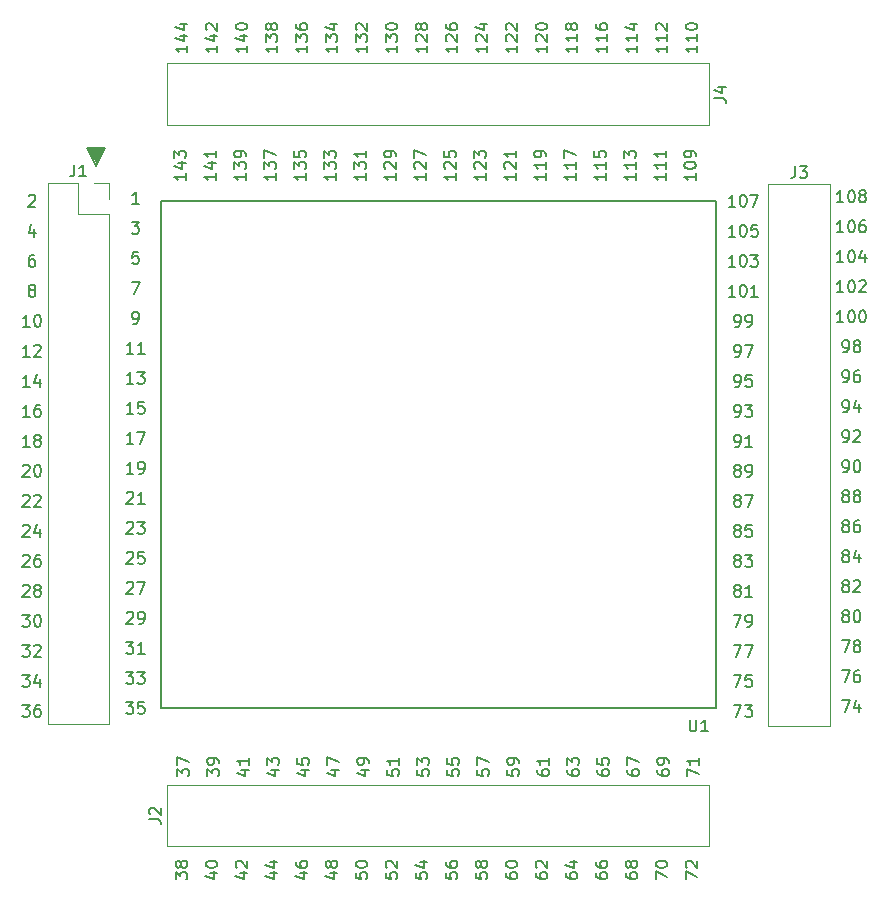
<source format=gto>
%TF.GenerationSoftware,KiCad,Pcbnew,4.0.7*%
%TF.CreationDate,2017-11-17T20:57:53+08:00*%
%TF.ProjectId,ic51,696335312E6B696361645F7063620000,rev?*%
%TF.FileFunction,Legend,Top*%
%FSLAX46Y46*%
G04 Gerber Fmt 4.6, Leading zero omitted, Abs format (unit mm)*
G04 Created by KiCad (PCBNEW 4.0.7) date 11/17/17 20:57:53*
%MOMM*%
%LPD*%
G01*
G04 APERTURE LIST*
%ADD10C,0.100000*%
%ADD11C,0.200000*%
%ADD12C,0.150000*%
%ADD13C,0.120000*%
G04 APERTURE END LIST*
D10*
D11*
X8625000Y-11675000D02*
X8375000Y-11750000D01*
X8225000Y-11525000D02*
X8625000Y-11675000D01*
X8725000Y-11475000D02*
X8225000Y-11525000D01*
X8500000Y-12025000D02*
X8725000Y-11475000D01*
X8125000Y-11450000D02*
X8500000Y-12025000D01*
X8400000Y-12250000D02*
X8125000Y-11450000D01*
X7950000Y-11450000D02*
X8400000Y-12250000D01*
X8325000Y-12500000D02*
X7950000Y-11450000D01*
X8875000Y-11450000D02*
X8325000Y-12500000D01*
X8375000Y-12675000D02*
X8875000Y-11450000D01*
X7725000Y-11400000D02*
X8375000Y-12675000D01*
X8300000Y-12900000D02*
X7550000Y-11400000D01*
X9050000Y-11400000D02*
X8300000Y-12900000D01*
X7550000Y-11400000D02*
X9050000Y-11400000D01*
X62280476Y-58522381D02*
X62947143Y-58522381D01*
X62518571Y-59522381D01*
X63232857Y-58522381D02*
X63851905Y-58522381D01*
X63518571Y-58903333D01*
X63661429Y-58903333D01*
X63756667Y-58950952D01*
X63804286Y-58998571D01*
X63851905Y-59093810D01*
X63851905Y-59331905D01*
X63804286Y-59427143D01*
X63756667Y-59474762D01*
X63661429Y-59522381D01*
X63375714Y-59522381D01*
X63280476Y-59474762D01*
X63232857Y-59427143D01*
X62280476Y-55982381D02*
X62947143Y-55982381D01*
X62518571Y-56982381D01*
X63804286Y-55982381D02*
X63328095Y-55982381D01*
X63280476Y-56458571D01*
X63328095Y-56410952D01*
X63423333Y-56363333D01*
X63661429Y-56363333D01*
X63756667Y-56410952D01*
X63804286Y-56458571D01*
X63851905Y-56553810D01*
X63851905Y-56791905D01*
X63804286Y-56887143D01*
X63756667Y-56934762D01*
X63661429Y-56982381D01*
X63423333Y-56982381D01*
X63328095Y-56934762D01*
X63280476Y-56887143D01*
X62280476Y-53442381D02*
X62947143Y-53442381D01*
X62518571Y-54442381D01*
X63232857Y-53442381D02*
X63899524Y-53442381D01*
X63470952Y-54442381D01*
X62280476Y-50902381D02*
X62947143Y-50902381D01*
X62518571Y-51902381D01*
X63375714Y-51902381D02*
X63566190Y-51902381D01*
X63661429Y-51854762D01*
X63709048Y-51807143D01*
X63804286Y-51664286D01*
X63851905Y-51473810D01*
X63851905Y-51092857D01*
X63804286Y-50997619D01*
X63756667Y-50950000D01*
X63661429Y-50902381D01*
X63470952Y-50902381D01*
X63375714Y-50950000D01*
X63328095Y-50997619D01*
X63280476Y-51092857D01*
X63280476Y-51330952D01*
X63328095Y-51426190D01*
X63375714Y-51473810D01*
X63470952Y-51521429D01*
X63661429Y-51521429D01*
X63756667Y-51473810D01*
X63804286Y-51426190D01*
X63851905Y-51330952D01*
X62518571Y-48790952D02*
X62423333Y-48743333D01*
X62375714Y-48695714D01*
X62328095Y-48600476D01*
X62328095Y-48552857D01*
X62375714Y-48457619D01*
X62423333Y-48410000D01*
X62518571Y-48362381D01*
X62709048Y-48362381D01*
X62804286Y-48410000D01*
X62851905Y-48457619D01*
X62899524Y-48552857D01*
X62899524Y-48600476D01*
X62851905Y-48695714D01*
X62804286Y-48743333D01*
X62709048Y-48790952D01*
X62518571Y-48790952D01*
X62423333Y-48838571D01*
X62375714Y-48886190D01*
X62328095Y-48981429D01*
X62328095Y-49171905D01*
X62375714Y-49267143D01*
X62423333Y-49314762D01*
X62518571Y-49362381D01*
X62709048Y-49362381D01*
X62804286Y-49314762D01*
X62851905Y-49267143D01*
X62899524Y-49171905D01*
X62899524Y-48981429D01*
X62851905Y-48886190D01*
X62804286Y-48838571D01*
X62709048Y-48790952D01*
X63851905Y-49362381D02*
X63280476Y-49362381D01*
X63566190Y-49362381D02*
X63566190Y-48362381D01*
X63470952Y-48505238D01*
X63375714Y-48600476D01*
X63280476Y-48648095D01*
X62518571Y-46250952D02*
X62423333Y-46203333D01*
X62375714Y-46155714D01*
X62328095Y-46060476D01*
X62328095Y-46012857D01*
X62375714Y-45917619D01*
X62423333Y-45870000D01*
X62518571Y-45822381D01*
X62709048Y-45822381D01*
X62804286Y-45870000D01*
X62851905Y-45917619D01*
X62899524Y-46012857D01*
X62899524Y-46060476D01*
X62851905Y-46155714D01*
X62804286Y-46203333D01*
X62709048Y-46250952D01*
X62518571Y-46250952D01*
X62423333Y-46298571D01*
X62375714Y-46346190D01*
X62328095Y-46441429D01*
X62328095Y-46631905D01*
X62375714Y-46727143D01*
X62423333Y-46774762D01*
X62518571Y-46822381D01*
X62709048Y-46822381D01*
X62804286Y-46774762D01*
X62851905Y-46727143D01*
X62899524Y-46631905D01*
X62899524Y-46441429D01*
X62851905Y-46346190D01*
X62804286Y-46298571D01*
X62709048Y-46250952D01*
X63232857Y-45822381D02*
X63851905Y-45822381D01*
X63518571Y-46203333D01*
X63661429Y-46203333D01*
X63756667Y-46250952D01*
X63804286Y-46298571D01*
X63851905Y-46393810D01*
X63851905Y-46631905D01*
X63804286Y-46727143D01*
X63756667Y-46774762D01*
X63661429Y-46822381D01*
X63375714Y-46822381D01*
X63280476Y-46774762D01*
X63232857Y-46727143D01*
X62518571Y-43710952D02*
X62423333Y-43663333D01*
X62375714Y-43615714D01*
X62328095Y-43520476D01*
X62328095Y-43472857D01*
X62375714Y-43377619D01*
X62423333Y-43330000D01*
X62518571Y-43282381D01*
X62709048Y-43282381D01*
X62804286Y-43330000D01*
X62851905Y-43377619D01*
X62899524Y-43472857D01*
X62899524Y-43520476D01*
X62851905Y-43615714D01*
X62804286Y-43663333D01*
X62709048Y-43710952D01*
X62518571Y-43710952D01*
X62423333Y-43758571D01*
X62375714Y-43806190D01*
X62328095Y-43901429D01*
X62328095Y-44091905D01*
X62375714Y-44187143D01*
X62423333Y-44234762D01*
X62518571Y-44282381D01*
X62709048Y-44282381D01*
X62804286Y-44234762D01*
X62851905Y-44187143D01*
X62899524Y-44091905D01*
X62899524Y-43901429D01*
X62851905Y-43806190D01*
X62804286Y-43758571D01*
X62709048Y-43710952D01*
X63804286Y-43282381D02*
X63328095Y-43282381D01*
X63280476Y-43758571D01*
X63328095Y-43710952D01*
X63423333Y-43663333D01*
X63661429Y-43663333D01*
X63756667Y-43710952D01*
X63804286Y-43758571D01*
X63851905Y-43853810D01*
X63851905Y-44091905D01*
X63804286Y-44187143D01*
X63756667Y-44234762D01*
X63661429Y-44282381D01*
X63423333Y-44282381D01*
X63328095Y-44234762D01*
X63280476Y-44187143D01*
X62518571Y-41170952D02*
X62423333Y-41123333D01*
X62375714Y-41075714D01*
X62328095Y-40980476D01*
X62328095Y-40932857D01*
X62375714Y-40837619D01*
X62423333Y-40790000D01*
X62518571Y-40742381D01*
X62709048Y-40742381D01*
X62804286Y-40790000D01*
X62851905Y-40837619D01*
X62899524Y-40932857D01*
X62899524Y-40980476D01*
X62851905Y-41075714D01*
X62804286Y-41123333D01*
X62709048Y-41170952D01*
X62518571Y-41170952D01*
X62423333Y-41218571D01*
X62375714Y-41266190D01*
X62328095Y-41361429D01*
X62328095Y-41551905D01*
X62375714Y-41647143D01*
X62423333Y-41694762D01*
X62518571Y-41742381D01*
X62709048Y-41742381D01*
X62804286Y-41694762D01*
X62851905Y-41647143D01*
X62899524Y-41551905D01*
X62899524Y-41361429D01*
X62851905Y-41266190D01*
X62804286Y-41218571D01*
X62709048Y-41170952D01*
X63232857Y-40742381D02*
X63899524Y-40742381D01*
X63470952Y-41742381D01*
X62518571Y-38630952D02*
X62423333Y-38583333D01*
X62375714Y-38535714D01*
X62328095Y-38440476D01*
X62328095Y-38392857D01*
X62375714Y-38297619D01*
X62423333Y-38250000D01*
X62518571Y-38202381D01*
X62709048Y-38202381D01*
X62804286Y-38250000D01*
X62851905Y-38297619D01*
X62899524Y-38392857D01*
X62899524Y-38440476D01*
X62851905Y-38535714D01*
X62804286Y-38583333D01*
X62709048Y-38630952D01*
X62518571Y-38630952D01*
X62423333Y-38678571D01*
X62375714Y-38726190D01*
X62328095Y-38821429D01*
X62328095Y-39011905D01*
X62375714Y-39107143D01*
X62423333Y-39154762D01*
X62518571Y-39202381D01*
X62709048Y-39202381D01*
X62804286Y-39154762D01*
X62851905Y-39107143D01*
X62899524Y-39011905D01*
X62899524Y-38821429D01*
X62851905Y-38726190D01*
X62804286Y-38678571D01*
X62709048Y-38630952D01*
X63375714Y-39202381D02*
X63566190Y-39202381D01*
X63661429Y-39154762D01*
X63709048Y-39107143D01*
X63804286Y-38964286D01*
X63851905Y-38773810D01*
X63851905Y-38392857D01*
X63804286Y-38297619D01*
X63756667Y-38250000D01*
X63661429Y-38202381D01*
X63470952Y-38202381D01*
X63375714Y-38250000D01*
X63328095Y-38297619D01*
X63280476Y-38392857D01*
X63280476Y-38630952D01*
X63328095Y-38726190D01*
X63375714Y-38773810D01*
X63470952Y-38821429D01*
X63661429Y-38821429D01*
X63756667Y-38773810D01*
X63804286Y-38726190D01*
X63851905Y-38630952D01*
X62423333Y-36662381D02*
X62613809Y-36662381D01*
X62709048Y-36614762D01*
X62756667Y-36567143D01*
X62851905Y-36424286D01*
X62899524Y-36233810D01*
X62899524Y-35852857D01*
X62851905Y-35757619D01*
X62804286Y-35710000D01*
X62709048Y-35662381D01*
X62518571Y-35662381D01*
X62423333Y-35710000D01*
X62375714Y-35757619D01*
X62328095Y-35852857D01*
X62328095Y-36090952D01*
X62375714Y-36186190D01*
X62423333Y-36233810D01*
X62518571Y-36281429D01*
X62709048Y-36281429D01*
X62804286Y-36233810D01*
X62851905Y-36186190D01*
X62899524Y-36090952D01*
X63851905Y-36662381D02*
X63280476Y-36662381D01*
X63566190Y-36662381D02*
X63566190Y-35662381D01*
X63470952Y-35805238D01*
X63375714Y-35900476D01*
X63280476Y-35948095D01*
X62423333Y-34122381D02*
X62613809Y-34122381D01*
X62709048Y-34074762D01*
X62756667Y-34027143D01*
X62851905Y-33884286D01*
X62899524Y-33693810D01*
X62899524Y-33312857D01*
X62851905Y-33217619D01*
X62804286Y-33170000D01*
X62709048Y-33122381D01*
X62518571Y-33122381D01*
X62423333Y-33170000D01*
X62375714Y-33217619D01*
X62328095Y-33312857D01*
X62328095Y-33550952D01*
X62375714Y-33646190D01*
X62423333Y-33693810D01*
X62518571Y-33741429D01*
X62709048Y-33741429D01*
X62804286Y-33693810D01*
X62851905Y-33646190D01*
X62899524Y-33550952D01*
X63232857Y-33122381D02*
X63851905Y-33122381D01*
X63518571Y-33503333D01*
X63661429Y-33503333D01*
X63756667Y-33550952D01*
X63804286Y-33598571D01*
X63851905Y-33693810D01*
X63851905Y-33931905D01*
X63804286Y-34027143D01*
X63756667Y-34074762D01*
X63661429Y-34122381D01*
X63375714Y-34122381D01*
X63280476Y-34074762D01*
X63232857Y-34027143D01*
X62423333Y-31582381D02*
X62613809Y-31582381D01*
X62709048Y-31534762D01*
X62756667Y-31487143D01*
X62851905Y-31344286D01*
X62899524Y-31153810D01*
X62899524Y-30772857D01*
X62851905Y-30677619D01*
X62804286Y-30630000D01*
X62709048Y-30582381D01*
X62518571Y-30582381D01*
X62423333Y-30630000D01*
X62375714Y-30677619D01*
X62328095Y-30772857D01*
X62328095Y-31010952D01*
X62375714Y-31106190D01*
X62423333Y-31153810D01*
X62518571Y-31201429D01*
X62709048Y-31201429D01*
X62804286Y-31153810D01*
X62851905Y-31106190D01*
X62899524Y-31010952D01*
X63804286Y-30582381D02*
X63328095Y-30582381D01*
X63280476Y-31058571D01*
X63328095Y-31010952D01*
X63423333Y-30963333D01*
X63661429Y-30963333D01*
X63756667Y-31010952D01*
X63804286Y-31058571D01*
X63851905Y-31153810D01*
X63851905Y-31391905D01*
X63804286Y-31487143D01*
X63756667Y-31534762D01*
X63661429Y-31582381D01*
X63423333Y-31582381D01*
X63328095Y-31534762D01*
X63280476Y-31487143D01*
X62423333Y-29042381D02*
X62613809Y-29042381D01*
X62709048Y-28994762D01*
X62756667Y-28947143D01*
X62851905Y-28804286D01*
X62899524Y-28613810D01*
X62899524Y-28232857D01*
X62851905Y-28137619D01*
X62804286Y-28090000D01*
X62709048Y-28042381D01*
X62518571Y-28042381D01*
X62423333Y-28090000D01*
X62375714Y-28137619D01*
X62328095Y-28232857D01*
X62328095Y-28470952D01*
X62375714Y-28566190D01*
X62423333Y-28613810D01*
X62518571Y-28661429D01*
X62709048Y-28661429D01*
X62804286Y-28613810D01*
X62851905Y-28566190D01*
X62899524Y-28470952D01*
X63232857Y-28042381D02*
X63899524Y-28042381D01*
X63470952Y-29042381D01*
X62423333Y-26502381D02*
X62613809Y-26502381D01*
X62709048Y-26454762D01*
X62756667Y-26407143D01*
X62851905Y-26264286D01*
X62899524Y-26073810D01*
X62899524Y-25692857D01*
X62851905Y-25597619D01*
X62804286Y-25550000D01*
X62709048Y-25502381D01*
X62518571Y-25502381D01*
X62423333Y-25550000D01*
X62375714Y-25597619D01*
X62328095Y-25692857D01*
X62328095Y-25930952D01*
X62375714Y-26026190D01*
X62423333Y-26073810D01*
X62518571Y-26121429D01*
X62709048Y-26121429D01*
X62804286Y-26073810D01*
X62851905Y-26026190D01*
X62899524Y-25930952D01*
X63375714Y-26502381D02*
X63566190Y-26502381D01*
X63661429Y-26454762D01*
X63709048Y-26407143D01*
X63804286Y-26264286D01*
X63851905Y-26073810D01*
X63851905Y-25692857D01*
X63804286Y-25597619D01*
X63756667Y-25550000D01*
X63661429Y-25502381D01*
X63470952Y-25502381D01*
X63375714Y-25550000D01*
X63328095Y-25597619D01*
X63280476Y-25692857D01*
X63280476Y-25930952D01*
X63328095Y-26026190D01*
X63375714Y-26073810D01*
X63470952Y-26121429D01*
X63661429Y-26121429D01*
X63756667Y-26073810D01*
X63804286Y-26026190D01*
X63851905Y-25930952D01*
X62423334Y-23962381D02*
X61851905Y-23962381D01*
X62137619Y-23962381D02*
X62137619Y-22962381D01*
X62042381Y-23105238D01*
X61947143Y-23200476D01*
X61851905Y-23248095D01*
X63042381Y-22962381D02*
X63137620Y-22962381D01*
X63232858Y-23010000D01*
X63280477Y-23057619D01*
X63328096Y-23152857D01*
X63375715Y-23343333D01*
X63375715Y-23581429D01*
X63328096Y-23771905D01*
X63280477Y-23867143D01*
X63232858Y-23914762D01*
X63137620Y-23962381D01*
X63042381Y-23962381D01*
X62947143Y-23914762D01*
X62899524Y-23867143D01*
X62851905Y-23771905D01*
X62804286Y-23581429D01*
X62804286Y-23343333D01*
X62851905Y-23152857D01*
X62899524Y-23057619D01*
X62947143Y-23010000D01*
X63042381Y-22962381D01*
X64328096Y-23962381D02*
X63756667Y-23962381D01*
X64042381Y-23962381D02*
X64042381Y-22962381D01*
X63947143Y-23105238D01*
X63851905Y-23200476D01*
X63756667Y-23248095D01*
X62423334Y-21422381D02*
X61851905Y-21422381D01*
X62137619Y-21422381D02*
X62137619Y-20422381D01*
X62042381Y-20565238D01*
X61947143Y-20660476D01*
X61851905Y-20708095D01*
X63042381Y-20422381D02*
X63137620Y-20422381D01*
X63232858Y-20470000D01*
X63280477Y-20517619D01*
X63328096Y-20612857D01*
X63375715Y-20803333D01*
X63375715Y-21041429D01*
X63328096Y-21231905D01*
X63280477Y-21327143D01*
X63232858Y-21374762D01*
X63137620Y-21422381D01*
X63042381Y-21422381D01*
X62947143Y-21374762D01*
X62899524Y-21327143D01*
X62851905Y-21231905D01*
X62804286Y-21041429D01*
X62804286Y-20803333D01*
X62851905Y-20612857D01*
X62899524Y-20517619D01*
X62947143Y-20470000D01*
X63042381Y-20422381D01*
X63709048Y-20422381D02*
X64328096Y-20422381D01*
X63994762Y-20803333D01*
X64137620Y-20803333D01*
X64232858Y-20850952D01*
X64280477Y-20898571D01*
X64328096Y-20993810D01*
X64328096Y-21231905D01*
X64280477Y-21327143D01*
X64232858Y-21374762D01*
X64137620Y-21422381D01*
X63851905Y-21422381D01*
X63756667Y-21374762D01*
X63709048Y-21327143D01*
X62423334Y-18882381D02*
X61851905Y-18882381D01*
X62137619Y-18882381D02*
X62137619Y-17882381D01*
X62042381Y-18025238D01*
X61947143Y-18120476D01*
X61851905Y-18168095D01*
X63042381Y-17882381D02*
X63137620Y-17882381D01*
X63232858Y-17930000D01*
X63280477Y-17977619D01*
X63328096Y-18072857D01*
X63375715Y-18263333D01*
X63375715Y-18501429D01*
X63328096Y-18691905D01*
X63280477Y-18787143D01*
X63232858Y-18834762D01*
X63137620Y-18882381D01*
X63042381Y-18882381D01*
X62947143Y-18834762D01*
X62899524Y-18787143D01*
X62851905Y-18691905D01*
X62804286Y-18501429D01*
X62804286Y-18263333D01*
X62851905Y-18072857D01*
X62899524Y-17977619D01*
X62947143Y-17930000D01*
X63042381Y-17882381D01*
X64280477Y-17882381D02*
X63804286Y-17882381D01*
X63756667Y-18358571D01*
X63804286Y-18310952D01*
X63899524Y-18263333D01*
X64137620Y-18263333D01*
X64232858Y-18310952D01*
X64280477Y-18358571D01*
X64328096Y-18453810D01*
X64328096Y-18691905D01*
X64280477Y-18787143D01*
X64232858Y-18834762D01*
X64137620Y-18882381D01*
X63899524Y-18882381D01*
X63804286Y-18834762D01*
X63756667Y-18787143D01*
X62423334Y-16342381D02*
X61851905Y-16342381D01*
X62137619Y-16342381D02*
X62137619Y-15342381D01*
X62042381Y-15485238D01*
X61947143Y-15580476D01*
X61851905Y-15628095D01*
X63042381Y-15342381D02*
X63137620Y-15342381D01*
X63232858Y-15390000D01*
X63280477Y-15437619D01*
X63328096Y-15532857D01*
X63375715Y-15723333D01*
X63375715Y-15961429D01*
X63328096Y-16151905D01*
X63280477Y-16247143D01*
X63232858Y-16294762D01*
X63137620Y-16342381D01*
X63042381Y-16342381D01*
X62947143Y-16294762D01*
X62899524Y-16247143D01*
X62851905Y-16151905D01*
X62804286Y-15961429D01*
X62804286Y-15723333D01*
X62851905Y-15532857D01*
X62899524Y-15437619D01*
X62947143Y-15390000D01*
X63042381Y-15342381D01*
X63709048Y-15342381D02*
X64375715Y-15342381D01*
X63947143Y-16342381D01*
X71440476Y-58142381D02*
X72107143Y-58142381D01*
X71678571Y-59142381D01*
X72916667Y-58475714D02*
X72916667Y-59142381D01*
X72678571Y-58094762D02*
X72440476Y-58809048D01*
X73059524Y-58809048D01*
X71440476Y-55602381D02*
X72107143Y-55602381D01*
X71678571Y-56602381D01*
X72916667Y-55602381D02*
X72726190Y-55602381D01*
X72630952Y-55650000D01*
X72583333Y-55697619D01*
X72488095Y-55840476D01*
X72440476Y-56030952D01*
X72440476Y-56411905D01*
X72488095Y-56507143D01*
X72535714Y-56554762D01*
X72630952Y-56602381D01*
X72821429Y-56602381D01*
X72916667Y-56554762D01*
X72964286Y-56507143D01*
X73011905Y-56411905D01*
X73011905Y-56173810D01*
X72964286Y-56078571D01*
X72916667Y-56030952D01*
X72821429Y-55983333D01*
X72630952Y-55983333D01*
X72535714Y-56030952D01*
X72488095Y-56078571D01*
X72440476Y-56173810D01*
X71440476Y-53062381D02*
X72107143Y-53062381D01*
X71678571Y-54062381D01*
X72630952Y-53490952D02*
X72535714Y-53443333D01*
X72488095Y-53395714D01*
X72440476Y-53300476D01*
X72440476Y-53252857D01*
X72488095Y-53157619D01*
X72535714Y-53110000D01*
X72630952Y-53062381D01*
X72821429Y-53062381D01*
X72916667Y-53110000D01*
X72964286Y-53157619D01*
X73011905Y-53252857D01*
X73011905Y-53300476D01*
X72964286Y-53395714D01*
X72916667Y-53443333D01*
X72821429Y-53490952D01*
X72630952Y-53490952D01*
X72535714Y-53538571D01*
X72488095Y-53586190D01*
X72440476Y-53681429D01*
X72440476Y-53871905D01*
X72488095Y-53967143D01*
X72535714Y-54014762D01*
X72630952Y-54062381D01*
X72821429Y-54062381D01*
X72916667Y-54014762D01*
X72964286Y-53967143D01*
X73011905Y-53871905D01*
X73011905Y-53681429D01*
X72964286Y-53586190D01*
X72916667Y-53538571D01*
X72821429Y-53490952D01*
X71678571Y-50950952D02*
X71583333Y-50903333D01*
X71535714Y-50855714D01*
X71488095Y-50760476D01*
X71488095Y-50712857D01*
X71535714Y-50617619D01*
X71583333Y-50570000D01*
X71678571Y-50522381D01*
X71869048Y-50522381D01*
X71964286Y-50570000D01*
X72011905Y-50617619D01*
X72059524Y-50712857D01*
X72059524Y-50760476D01*
X72011905Y-50855714D01*
X71964286Y-50903333D01*
X71869048Y-50950952D01*
X71678571Y-50950952D01*
X71583333Y-50998571D01*
X71535714Y-51046190D01*
X71488095Y-51141429D01*
X71488095Y-51331905D01*
X71535714Y-51427143D01*
X71583333Y-51474762D01*
X71678571Y-51522381D01*
X71869048Y-51522381D01*
X71964286Y-51474762D01*
X72011905Y-51427143D01*
X72059524Y-51331905D01*
X72059524Y-51141429D01*
X72011905Y-51046190D01*
X71964286Y-50998571D01*
X71869048Y-50950952D01*
X72678571Y-50522381D02*
X72773810Y-50522381D01*
X72869048Y-50570000D01*
X72916667Y-50617619D01*
X72964286Y-50712857D01*
X73011905Y-50903333D01*
X73011905Y-51141429D01*
X72964286Y-51331905D01*
X72916667Y-51427143D01*
X72869048Y-51474762D01*
X72773810Y-51522381D01*
X72678571Y-51522381D01*
X72583333Y-51474762D01*
X72535714Y-51427143D01*
X72488095Y-51331905D01*
X72440476Y-51141429D01*
X72440476Y-50903333D01*
X72488095Y-50712857D01*
X72535714Y-50617619D01*
X72583333Y-50570000D01*
X72678571Y-50522381D01*
X71678571Y-48410952D02*
X71583333Y-48363333D01*
X71535714Y-48315714D01*
X71488095Y-48220476D01*
X71488095Y-48172857D01*
X71535714Y-48077619D01*
X71583333Y-48030000D01*
X71678571Y-47982381D01*
X71869048Y-47982381D01*
X71964286Y-48030000D01*
X72011905Y-48077619D01*
X72059524Y-48172857D01*
X72059524Y-48220476D01*
X72011905Y-48315714D01*
X71964286Y-48363333D01*
X71869048Y-48410952D01*
X71678571Y-48410952D01*
X71583333Y-48458571D01*
X71535714Y-48506190D01*
X71488095Y-48601429D01*
X71488095Y-48791905D01*
X71535714Y-48887143D01*
X71583333Y-48934762D01*
X71678571Y-48982381D01*
X71869048Y-48982381D01*
X71964286Y-48934762D01*
X72011905Y-48887143D01*
X72059524Y-48791905D01*
X72059524Y-48601429D01*
X72011905Y-48506190D01*
X71964286Y-48458571D01*
X71869048Y-48410952D01*
X72440476Y-48077619D02*
X72488095Y-48030000D01*
X72583333Y-47982381D01*
X72821429Y-47982381D01*
X72916667Y-48030000D01*
X72964286Y-48077619D01*
X73011905Y-48172857D01*
X73011905Y-48268095D01*
X72964286Y-48410952D01*
X72392857Y-48982381D01*
X73011905Y-48982381D01*
X71678571Y-45870952D02*
X71583333Y-45823333D01*
X71535714Y-45775714D01*
X71488095Y-45680476D01*
X71488095Y-45632857D01*
X71535714Y-45537619D01*
X71583333Y-45490000D01*
X71678571Y-45442381D01*
X71869048Y-45442381D01*
X71964286Y-45490000D01*
X72011905Y-45537619D01*
X72059524Y-45632857D01*
X72059524Y-45680476D01*
X72011905Y-45775714D01*
X71964286Y-45823333D01*
X71869048Y-45870952D01*
X71678571Y-45870952D01*
X71583333Y-45918571D01*
X71535714Y-45966190D01*
X71488095Y-46061429D01*
X71488095Y-46251905D01*
X71535714Y-46347143D01*
X71583333Y-46394762D01*
X71678571Y-46442381D01*
X71869048Y-46442381D01*
X71964286Y-46394762D01*
X72011905Y-46347143D01*
X72059524Y-46251905D01*
X72059524Y-46061429D01*
X72011905Y-45966190D01*
X71964286Y-45918571D01*
X71869048Y-45870952D01*
X72916667Y-45775714D02*
X72916667Y-46442381D01*
X72678571Y-45394762D02*
X72440476Y-46109048D01*
X73059524Y-46109048D01*
X71678571Y-43330952D02*
X71583333Y-43283333D01*
X71535714Y-43235714D01*
X71488095Y-43140476D01*
X71488095Y-43092857D01*
X71535714Y-42997619D01*
X71583333Y-42950000D01*
X71678571Y-42902381D01*
X71869048Y-42902381D01*
X71964286Y-42950000D01*
X72011905Y-42997619D01*
X72059524Y-43092857D01*
X72059524Y-43140476D01*
X72011905Y-43235714D01*
X71964286Y-43283333D01*
X71869048Y-43330952D01*
X71678571Y-43330952D01*
X71583333Y-43378571D01*
X71535714Y-43426190D01*
X71488095Y-43521429D01*
X71488095Y-43711905D01*
X71535714Y-43807143D01*
X71583333Y-43854762D01*
X71678571Y-43902381D01*
X71869048Y-43902381D01*
X71964286Y-43854762D01*
X72011905Y-43807143D01*
X72059524Y-43711905D01*
X72059524Y-43521429D01*
X72011905Y-43426190D01*
X71964286Y-43378571D01*
X71869048Y-43330952D01*
X72916667Y-42902381D02*
X72726190Y-42902381D01*
X72630952Y-42950000D01*
X72583333Y-42997619D01*
X72488095Y-43140476D01*
X72440476Y-43330952D01*
X72440476Y-43711905D01*
X72488095Y-43807143D01*
X72535714Y-43854762D01*
X72630952Y-43902381D01*
X72821429Y-43902381D01*
X72916667Y-43854762D01*
X72964286Y-43807143D01*
X73011905Y-43711905D01*
X73011905Y-43473810D01*
X72964286Y-43378571D01*
X72916667Y-43330952D01*
X72821429Y-43283333D01*
X72630952Y-43283333D01*
X72535714Y-43330952D01*
X72488095Y-43378571D01*
X72440476Y-43473810D01*
X71678571Y-40790952D02*
X71583333Y-40743333D01*
X71535714Y-40695714D01*
X71488095Y-40600476D01*
X71488095Y-40552857D01*
X71535714Y-40457619D01*
X71583333Y-40410000D01*
X71678571Y-40362381D01*
X71869048Y-40362381D01*
X71964286Y-40410000D01*
X72011905Y-40457619D01*
X72059524Y-40552857D01*
X72059524Y-40600476D01*
X72011905Y-40695714D01*
X71964286Y-40743333D01*
X71869048Y-40790952D01*
X71678571Y-40790952D01*
X71583333Y-40838571D01*
X71535714Y-40886190D01*
X71488095Y-40981429D01*
X71488095Y-41171905D01*
X71535714Y-41267143D01*
X71583333Y-41314762D01*
X71678571Y-41362381D01*
X71869048Y-41362381D01*
X71964286Y-41314762D01*
X72011905Y-41267143D01*
X72059524Y-41171905D01*
X72059524Y-40981429D01*
X72011905Y-40886190D01*
X71964286Y-40838571D01*
X71869048Y-40790952D01*
X72630952Y-40790952D02*
X72535714Y-40743333D01*
X72488095Y-40695714D01*
X72440476Y-40600476D01*
X72440476Y-40552857D01*
X72488095Y-40457619D01*
X72535714Y-40410000D01*
X72630952Y-40362381D01*
X72821429Y-40362381D01*
X72916667Y-40410000D01*
X72964286Y-40457619D01*
X73011905Y-40552857D01*
X73011905Y-40600476D01*
X72964286Y-40695714D01*
X72916667Y-40743333D01*
X72821429Y-40790952D01*
X72630952Y-40790952D01*
X72535714Y-40838571D01*
X72488095Y-40886190D01*
X72440476Y-40981429D01*
X72440476Y-41171905D01*
X72488095Y-41267143D01*
X72535714Y-41314762D01*
X72630952Y-41362381D01*
X72821429Y-41362381D01*
X72916667Y-41314762D01*
X72964286Y-41267143D01*
X73011905Y-41171905D01*
X73011905Y-40981429D01*
X72964286Y-40886190D01*
X72916667Y-40838571D01*
X72821429Y-40790952D01*
X71583333Y-38822381D02*
X71773809Y-38822381D01*
X71869048Y-38774762D01*
X71916667Y-38727143D01*
X72011905Y-38584286D01*
X72059524Y-38393810D01*
X72059524Y-38012857D01*
X72011905Y-37917619D01*
X71964286Y-37870000D01*
X71869048Y-37822381D01*
X71678571Y-37822381D01*
X71583333Y-37870000D01*
X71535714Y-37917619D01*
X71488095Y-38012857D01*
X71488095Y-38250952D01*
X71535714Y-38346190D01*
X71583333Y-38393810D01*
X71678571Y-38441429D01*
X71869048Y-38441429D01*
X71964286Y-38393810D01*
X72011905Y-38346190D01*
X72059524Y-38250952D01*
X72678571Y-37822381D02*
X72773810Y-37822381D01*
X72869048Y-37870000D01*
X72916667Y-37917619D01*
X72964286Y-38012857D01*
X73011905Y-38203333D01*
X73011905Y-38441429D01*
X72964286Y-38631905D01*
X72916667Y-38727143D01*
X72869048Y-38774762D01*
X72773810Y-38822381D01*
X72678571Y-38822381D01*
X72583333Y-38774762D01*
X72535714Y-38727143D01*
X72488095Y-38631905D01*
X72440476Y-38441429D01*
X72440476Y-38203333D01*
X72488095Y-38012857D01*
X72535714Y-37917619D01*
X72583333Y-37870000D01*
X72678571Y-37822381D01*
X71583333Y-36282381D02*
X71773809Y-36282381D01*
X71869048Y-36234762D01*
X71916667Y-36187143D01*
X72011905Y-36044286D01*
X72059524Y-35853810D01*
X72059524Y-35472857D01*
X72011905Y-35377619D01*
X71964286Y-35330000D01*
X71869048Y-35282381D01*
X71678571Y-35282381D01*
X71583333Y-35330000D01*
X71535714Y-35377619D01*
X71488095Y-35472857D01*
X71488095Y-35710952D01*
X71535714Y-35806190D01*
X71583333Y-35853810D01*
X71678571Y-35901429D01*
X71869048Y-35901429D01*
X71964286Y-35853810D01*
X72011905Y-35806190D01*
X72059524Y-35710952D01*
X72440476Y-35377619D02*
X72488095Y-35330000D01*
X72583333Y-35282381D01*
X72821429Y-35282381D01*
X72916667Y-35330000D01*
X72964286Y-35377619D01*
X73011905Y-35472857D01*
X73011905Y-35568095D01*
X72964286Y-35710952D01*
X72392857Y-36282381D01*
X73011905Y-36282381D01*
X71583333Y-33742381D02*
X71773809Y-33742381D01*
X71869048Y-33694762D01*
X71916667Y-33647143D01*
X72011905Y-33504286D01*
X72059524Y-33313810D01*
X72059524Y-32932857D01*
X72011905Y-32837619D01*
X71964286Y-32790000D01*
X71869048Y-32742381D01*
X71678571Y-32742381D01*
X71583333Y-32790000D01*
X71535714Y-32837619D01*
X71488095Y-32932857D01*
X71488095Y-33170952D01*
X71535714Y-33266190D01*
X71583333Y-33313810D01*
X71678571Y-33361429D01*
X71869048Y-33361429D01*
X71964286Y-33313810D01*
X72011905Y-33266190D01*
X72059524Y-33170952D01*
X72916667Y-33075714D02*
X72916667Y-33742381D01*
X72678571Y-32694762D02*
X72440476Y-33409048D01*
X73059524Y-33409048D01*
X71583333Y-31202381D02*
X71773809Y-31202381D01*
X71869048Y-31154762D01*
X71916667Y-31107143D01*
X72011905Y-30964286D01*
X72059524Y-30773810D01*
X72059524Y-30392857D01*
X72011905Y-30297619D01*
X71964286Y-30250000D01*
X71869048Y-30202381D01*
X71678571Y-30202381D01*
X71583333Y-30250000D01*
X71535714Y-30297619D01*
X71488095Y-30392857D01*
X71488095Y-30630952D01*
X71535714Y-30726190D01*
X71583333Y-30773810D01*
X71678571Y-30821429D01*
X71869048Y-30821429D01*
X71964286Y-30773810D01*
X72011905Y-30726190D01*
X72059524Y-30630952D01*
X72916667Y-30202381D02*
X72726190Y-30202381D01*
X72630952Y-30250000D01*
X72583333Y-30297619D01*
X72488095Y-30440476D01*
X72440476Y-30630952D01*
X72440476Y-31011905D01*
X72488095Y-31107143D01*
X72535714Y-31154762D01*
X72630952Y-31202381D01*
X72821429Y-31202381D01*
X72916667Y-31154762D01*
X72964286Y-31107143D01*
X73011905Y-31011905D01*
X73011905Y-30773810D01*
X72964286Y-30678571D01*
X72916667Y-30630952D01*
X72821429Y-30583333D01*
X72630952Y-30583333D01*
X72535714Y-30630952D01*
X72488095Y-30678571D01*
X72440476Y-30773810D01*
X71583333Y-28662381D02*
X71773809Y-28662381D01*
X71869048Y-28614762D01*
X71916667Y-28567143D01*
X72011905Y-28424286D01*
X72059524Y-28233810D01*
X72059524Y-27852857D01*
X72011905Y-27757619D01*
X71964286Y-27710000D01*
X71869048Y-27662381D01*
X71678571Y-27662381D01*
X71583333Y-27710000D01*
X71535714Y-27757619D01*
X71488095Y-27852857D01*
X71488095Y-28090952D01*
X71535714Y-28186190D01*
X71583333Y-28233810D01*
X71678571Y-28281429D01*
X71869048Y-28281429D01*
X71964286Y-28233810D01*
X72011905Y-28186190D01*
X72059524Y-28090952D01*
X72630952Y-28090952D02*
X72535714Y-28043333D01*
X72488095Y-27995714D01*
X72440476Y-27900476D01*
X72440476Y-27852857D01*
X72488095Y-27757619D01*
X72535714Y-27710000D01*
X72630952Y-27662381D01*
X72821429Y-27662381D01*
X72916667Y-27710000D01*
X72964286Y-27757619D01*
X73011905Y-27852857D01*
X73011905Y-27900476D01*
X72964286Y-27995714D01*
X72916667Y-28043333D01*
X72821429Y-28090952D01*
X72630952Y-28090952D01*
X72535714Y-28138571D01*
X72488095Y-28186190D01*
X72440476Y-28281429D01*
X72440476Y-28471905D01*
X72488095Y-28567143D01*
X72535714Y-28614762D01*
X72630952Y-28662381D01*
X72821429Y-28662381D01*
X72916667Y-28614762D01*
X72964286Y-28567143D01*
X73011905Y-28471905D01*
X73011905Y-28281429D01*
X72964286Y-28186190D01*
X72916667Y-28138571D01*
X72821429Y-28090952D01*
X71583334Y-26122381D02*
X71011905Y-26122381D01*
X71297619Y-26122381D02*
X71297619Y-25122381D01*
X71202381Y-25265238D01*
X71107143Y-25360476D01*
X71011905Y-25408095D01*
X72202381Y-25122381D02*
X72297620Y-25122381D01*
X72392858Y-25170000D01*
X72440477Y-25217619D01*
X72488096Y-25312857D01*
X72535715Y-25503333D01*
X72535715Y-25741429D01*
X72488096Y-25931905D01*
X72440477Y-26027143D01*
X72392858Y-26074762D01*
X72297620Y-26122381D01*
X72202381Y-26122381D01*
X72107143Y-26074762D01*
X72059524Y-26027143D01*
X72011905Y-25931905D01*
X71964286Y-25741429D01*
X71964286Y-25503333D01*
X72011905Y-25312857D01*
X72059524Y-25217619D01*
X72107143Y-25170000D01*
X72202381Y-25122381D01*
X73154762Y-25122381D02*
X73250001Y-25122381D01*
X73345239Y-25170000D01*
X73392858Y-25217619D01*
X73440477Y-25312857D01*
X73488096Y-25503333D01*
X73488096Y-25741429D01*
X73440477Y-25931905D01*
X73392858Y-26027143D01*
X73345239Y-26074762D01*
X73250001Y-26122381D01*
X73154762Y-26122381D01*
X73059524Y-26074762D01*
X73011905Y-26027143D01*
X72964286Y-25931905D01*
X72916667Y-25741429D01*
X72916667Y-25503333D01*
X72964286Y-25312857D01*
X73011905Y-25217619D01*
X73059524Y-25170000D01*
X73154762Y-25122381D01*
X71583334Y-23582381D02*
X71011905Y-23582381D01*
X71297619Y-23582381D02*
X71297619Y-22582381D01*
X71202381Y-22725238D01*
X71107143Y-22820476D01*
X71011905Y-22868095D01*
X72202381Y-22582381D02*
X72297620Y-22582381D01*
X72392858Y-22630000D01*
X72440477Y-22677619D01*
X72488096Y-22772857D01*
X72535715Y-22963333D01*
X72535715Y-23201429D01*
X72488096Y-23391905D01*
X72440477Y-23487143D01*
X72392858Y-23534762D01*
X72297620Y-23582381D01*
X72202381Y-23582381D01*
X72107143Y-23534762D01*
X72059524Y-23487143D01*
X72011905Y-23391905D01*
X71964286Y-23201429D01*
X71964286Y-22963333D01*
X72011905Y-22772857D01*
X72059524Y-22677619D01*
X72107143Y-22630000D01*
X72202381Y-22582381D01*
X72916667Y-22677619D02*
X72964286Y-22630000D01*
X73059524Y-22582381D01*
X73297620Y-22582381D01*
X73392858Y-22630000D01*
X73440477Y-22677619D01*
X73488096Y-22772857D01*
X73488096Y-22868095D01*
X73440477Y-23010952D01*
X72869048Y-23582381D01*
X73488096Y-23582381D01*
X71583334Y-21042381D02*
X71011905Y-21042381D01*
X71297619Y-21042381D02*
X71297619Y-20042381D01*
X71202381Y-20185238D01*
X71107143Y-20280476D01*
X71011905Y-20328095D01*
X72202381Y-20042381D02*
X72297620Y-20042381D01*
X72392858Y-20090000D01*
X72440477Y-20137619D01*
X72488096Y-20232857D01*
X72535715Y-20423333D01*
X72535715Y-20661429D01*
X72488096Y-20851905D01*
X72440477Y-20947143D01*
X72392858Y-20994762D01*
X72297620Y-21042381D01*
X72202381Y-21042381D01*
X72107143Y-20994762D01*
X72059524Y-20947143D01*
X72011905Y-20851905D01*
X71964286Y-20661429D01*
X71964286Y-20423333D01*
X72011905Y-20232857D01*
X72059524Y-20137619D01*
X72107143Y-20090000D01*
X72202381Y-20042381D01*
X73392858Y-20375714D02*
X73392858Y-21042381D01*
X73154762Y-19994762D02*
X72916667Y-20709048D01*
X73535715Y-20709048D01*
X71583334Y-18502381D02*
X71011905Y-18502381D01*
X71297619Y-18502381D02*
X71297619Y-17502381D01*
X71202381Y-17645238D01*
X71107143Y-17740476D01*
X71011905Y-17788095D01*
X72202381Y-17502381D02*
X72297620Y-17502381D01*
X72392858Y-17550000D01*
X72440477Y-17597619D01*
X72488096Y-17692857D01*
X72535715Y-17883333D01*
X72535715Y-18121429D01*
X72488096Y-18311905D01*
X72440477Y-18407143D01*
X72392858Y-18454762D01*
X72297620Y-18502381D01*
X72202381Y-18502381D01*
X72107143Y-18454762D01*
X72059524Y-18407143D01*
X72011905Y-18311905D01*
X71964286Y-18121429D01*
X71964286Y-17883333D01*
X72011905Y-17692857D01*
X72059524Y-17597619D01*
X72107143Y-17550000D01*
X72202381Y-17502381D01*
X73392858Y-17502381D02*
X73202381Y-17502381D01*
X73107143Y-17550000D01*
X73059524Y-17597619D01*
X72964286Y-17740476D01*
X72916667Y-17930952D01*
X72916667Y-18311905D01*
X72964286Y-18407143D01*
X73011905Y-18454762D01*
X73107143Y-18502381D01*
X73297620Y-18502381D01*
X73392858Y-18454762D01*
X73440477Y-18407143D01*
X73488096Y-18311905D01*
X73488096Y-18073810D01*
X73440477Y-17978571D01*
X73392858Y-17930952D01*
X73297620Y-17883333D01*
X73107143Y-17883333D01*
X73011905Y-17930952D01*
X72964286Y-17978571D01*
X72916667Y-18073810D01*
X71583334Y-15962381D02*
X71011905Y-15962381D01*
X71297619Y-15962381D02*
X71297619Y-14962381D01*
X71202381Y-15105238D01*
X71107143Y-15200476D01*
X71011905Y-15248095D01*
X72202381Y-14962381D02*
X72297620Y-14962381D01*
X72392858Y-15010000D01*
X72440477Y-15057619D01*
X72488096Y-15152857D01*
X72535715Y-15343333D01*
X72535715Y-15581429D01*
X72488096Y-15771905D01*
X72440477Y-15867143D01*
X72392858Y-15914762D01*
X72297620Y-15962381D01*
X72202381Y-15962381D01*
X72107143Y-15914762D01*
X72059524Y-15867143D01*
X72011905Y-15771905D01*
X71964286Y-15581429D01*
X71964286Y-15343333D01*
X72011905Y-15152857D01*
X72059524Y-15057619D01*
X72107143Y-15010000D01*
X72202381Y-14962381D01*
X73107143Y-15390952D02*
X73011905Y-15343333D01*
X72964286Y-15295714D01*
X72916667Y-15200476D01*
X72916667Y-15152857D01*
X72964286Y-15057619D01*
X73011905Y-15010000D01*
X73107143Y-14962381D01*
X73297620Y-14962381D01*
X73392858Y-15010000D01*
X73440477Y-15057619D01*
X73488096Y-15152857D01*
X73488096Y-15200476D01*
X73440477Y-15295714D01*
X73392858Y-15343333D01*
X73297620Y-15390952D01*
X73107143Y-15390952D01*
X73011905Y-15438571D01*
X72964286Y-15486190D01*
X72916667Y-15581429D01*
X72916667Y-15771905D01*
X72964286Y-15867143D01*
X73011905Y-15914762D01*
X73107143Y-15962381D01*
X73297620Y-15962381D01*
X73392858Y-15914762D01*
X73440477Y-15867143D01*
X73488096Y-15771905D01*
X73488096Y-15581429D01*
X73440477Y-15486190D01*
X73392858Y-15438571D01*
X73297620Y-15390952D01*
X59092381Y-13506666D02*
X59092381Y-14078095D01*
X59092381Y-13792381D02*
X58092381Y-13792381D01*
X58235238Y-13887619D01*
X58330476Y-13982857D01*
X58378095Y-14078095D01*
X58092381Y-12887619D02*
X58092381Y-12792380D01*
X58140000Y-12697142D01*
X58187619Y-12649523D01*
X58282857Y-12601904D01*
X58473333Y-12554285D01*
X58711429Y-12554285D01*
X58901905Y-12601904D01*
X58997143Y-12649523D01*
X59044762Y-12697142D01*
X59092381Y-12792380D01*
X59092381Y-12887619D01*
X59044762Y-12982857D01*
X58997143Y-13030476D01*
X58901905Y-13078095D01*
X58711429Y-13125714D01*
X58473333Y-13125714D01*
X58282857Y-13078095D01*
X58187619Y-13030476D01*
X58140000Y-12982857D01*
X58092381Y-12887619D01*
X59092381Y-12078095D02*
X59092381Y-11887619D01*
X59044762Y-11792380D01*
X58997143Y-11744761D01*
X58854286Y-11649523D01*
X58663810Y-11601904D01*
X58282857Y-11601904D01*
X58187619Y-11649523D01*
X58140000Y-11697142D01*
X58092381Y-11792380D01*
X58092381Y-11982857D01*
X58140000Y-12078095D01*
X58187619Y-12125714D01*
X58282857Y-12173333D01*
X58520952Y-12173333D01*
X58616190Y-12125714D01*
X58663810Y-12078095D01*
X58711429Y-11982857D01*
X58711429Y-11792380D01*
X58663810Y-11697142D01*
X58616190Y-11649523D01*
X58520952Y-11601904D01*
X56552381Y-13506666D02*
X56552381Y-14078095D01*
X56552381Y-13792381D02*
X55552381Y-13792381D01*
X55695238Y-13887619D01*
X55790476Y-13982857D01*
X55838095Y-14078095D01*
X56552381Y-12554285D02*
X56552381Y-13125714D01*
X56552381Y-12840000D02*
X55552381Y-12840000D01*
X55695238Y-12935238D01*
X55790476Y-13030476D01*
X55838095Y-13125714D01*
X56552381Y-11601904D02*
X56552381Y-12173333D01*
X56552381Y-11887619D02*
X55552381Y-11887619D01*
X55695238Y-11982857D01*
X55790476Y-12078095D01*
X55838095Y-12173333D01*
X54012381Y-13506666D02*
X54012381Y-14078095D01*
X54012381Y-13792381D02*
X53012381Y-13792381D01*
X53155238Y-13887619D01*
X53250476Y-13982857D01*
X53298095Y-14078095D01*
X54012381Y-12554285D02*
X54012381Y-13125714D01*
X54012381Y-12840000D02*
X53012381Y-12840000D01*
X53155238Y-12935238D01*
X53250476Y-13030476D01*
X53298095Y-13125714D01*
X53012381Y-12220952D02*
X53012381Y-11601904D01*
X53393333Y-11935238D01*
X53393333Y-11792380D01*
X53440952Y-11697142D01*
X53488571Y-11649523D01*
X53583810Y-11601904D01*
X53821905Y-11601904D01*
X53917143Y-11649523D01*
X53964762Y-11697142D01*
X54012381Y-11792380D01*
X54012381Y-12078095D01*
X53964762Y-12173333D01*
X53917143Y-12220952D01*
X51472381Y-13506666D02*
X51472381Y-14078095D01*
X51472381Y-13792381D02*
X50472381Y-13792381D01*
X50615238Y-13887619D01*
X50710476Y-13982857D01*
X50758095Y-14078095D01*
X51472381Y-12554285D02*
X51472381Y-13125714D01*
X51472381Y-12840000D02*
X50472381Y-12840000D01*
X50615238Y-12935238D01*
X50710476Y-13030476D01*
X50758095Y-13125714D01*
X50472381Y-11649523D02*
X50472381Y-12125714D01*
X50948571Y-12173333D01*
X50900952Y-12125714D01*
X50853333Y-12030476D01*
X50853333Y-11792380D01*
X50900952Y-11697142D01*
X50948571Y-11649523D01*
X51043810Y-11601904D01*
X51281905Y-11601904D01*
X51377143Y-11649523D01*
X51424762Y-11697142D01*
X51472381Y-11792380D01*
X51472381Y-12030476D01*
X51424762Y-12125714D01*
X51377143Y-12173333D01*
X48932381Y-13506666D02*
X48932381Y-14078095D01*
X48932381Y-13792381D02*
X47932381Y-13792381D01*
X48075238Y-13887619D01*
X48170476Y-13982857D01*
X48218095Y-14078095D01*
X48932381Y-12554285D02*
X48932381Y-13125714D01*
X48932381Y-12840000D02*
X47932381Y-12840000D01*
X48075238Y-12935238D01*
X48170476Y-13030476D01*
X48218095Y-13125714D01*
X47932381Y-12220952D02*
X47932381Y-11554285D01*
X48932381Y-11982857D01*
X46392381Y-13506666D02*
X46392381Y-14078095D01*
X46392381Y-13792381D02*
X45392381Y-13792381D01*
X45535238Y-13887619D01*
X45630476Y-13982857D01*
X45678095Y-14078095D01*
X46392381Y-12554285D02*
X46392381Y-13125714D01*
X46392381Y-12840000D02*
X45392381Y-12840000D01*
X45535238Y-12935238D01*
X45630476Y-13030476D01*
X45678095Y-13125714D01*
X46392381Y-12078095D02*
X46392381Y-11887619D01*
X46344762Y-11792380D01*
X46297143Y-11744761D01*
X46154286Y-11649523D01*
X45963810Y-11601904D01*
X45582857Y-11601904D01*
X45487619Y-11649523D01*
X45440000Y-11697142D01*
X45392381Y-11792380D01*
X45392381Y-11982857D01*
X45440000Y-12078095D01*
X45487619Y-12125714D01*
X45582857Y-12173333D01*
X45820952Y-12173333D01*
X45916190Y-12125714D01*
X45963810Y-12078095D01*
X46011429Y-11982857D01*
X46011429Y-11792380D01*
X45963810Y-11697142D01*
X45916190Y-11649523D01*
X45820952Y-11601904D01*
X43852381Y-13506666D02*
X43852381Y-14078095D01*
X43852381Y-13792381D02*
X42852381Y-13792381D01*
X42995238Y-13887619D01*
X43090476Y-13982857D01*
X43138095Y-14078095D01*
X42947619Y-13125714D02*
X42900000Y-13078095D01*
X42852381Y-12982857D01*
X42852381Y-12744761D01*
X42900000Y-12649523D01*
X42947619Y-12601904D01*
X43042857Y-12554285D01*
X43138095Y-12554285D01*
X43280952Y-12601904D01*
X43852381Y-13173333D01*
X43852381Y-12554285D01*
X43852381Y-11601904D02*
X43852381Y-12173333D01*
X43852381Y-11887619D02*
X42852381Y-11887619D01*
X42995238Y-11982857D01*
X43090476Y-12078095D01*
X43138095Y-12173333D01*
X41312381Y-13506666D02*
X41312381Y-14078095D01*
X41312381Y-13792381D02*
X40312381Y-13792381D01*
X40455238Y-13887619D01*
X40550476Y-13982857D01*
X40598095Y-14078095D01*
X40407619Y-13125714D02*
X40360000Y-13078095D01*
X40312381Y-12982857D01*
X40312381Y-12744761D01*
X40360000Y-12649523D01*
X40407619Y-12601904D01*
X40502857Y-12554285D01*
X40598095Y-12554285D01*
X40740952Y-12601904D01*
X41312381Y-13173333D01*
X41312381Y-12554285D01*
X40312381Y-12220952D02*
X40312381Y-11601904D01*
X40693333Y-11935238D01*
X40693333Y-11792380D01*
X40740952Y-11697142D01*
X40788571Y-11649523D01*
X40883810Y-11601904D01*
X41121905Y-11601904D01*
X41217143Y-11649523D01*
X41264762Y-11697142D01*
X41312381Y-11792380D01*
X41312381Y-12078095D01*
X41264762Y-12173333D01*
X41217143Y-12220952D01*
X38772381Y-13506666D02*
X38772381Y-14078095D01*
X38772381Y-13792381D02*
X37772381Y-13792381D01*
X37915238Y-13887619D01*
X38010476Y-13982857D01*
X38058095Y-14078095D01*
X37867619Y-13125714D02*
X37820000Y-13078095D01*
X37772381Y-12982857D01*
X37772381Y-12744761D01*
X37820000Y-12649523D01*
X37867619Y-12601904D01*
X37962857Y-12554285D01*
X38058095Y-12554285D01*
X38200952Y-12601904D01*
X38772381Y-13173333D01*
X38772381Y-12554285D01*
X37772381Y-11649523D02*
X37772381Y-12125714D01*
X38248571Y-12173333D01*
X38200952Y-12125714D01*
X38153333Y-12030476D01*
X38153333Y-11792380D01*
X38200952Y-11697142D01*
X38248571Y-11649523D01*
X38343810Y-11601904D01*
X38581905Y-11601904D01*
X38677143Y-11649523D01*
X38724762Y-11697142D01*
X38772381Y-11792380D01*
X38772381Y-12030476D01*
X38724762Y-12125714D01*
X38677143Y-12173333D01*
X36232381Y-13506666D02*
X36232381Y-14078095D01*
X36232381Y-13792381D02*
X35232381Y-13792381D01*
X35375238Y-13887619D01*
X35470476Y-13982857D01*
X35518095Y-14078095D01*
X35327619Y-13125714D02*
X35280000Y-13078095D01*
X35232381Y-12982857D01*
X35232381Y-12744761D01*
X35280000Y-12649523D01*
X35327619Y-12601904D01*
X35422857Y-12554285D01*
X35518095Y-12554285D01*
X35660952Y-12601904D01*
X36232381Y-13173333D01*
X36232381Y-12554285D01*
X35232381Y-12220952D02*
X35232381Y-11554285D01*
X36232381Y-11982857D01*
X33692381Y-13506666D02*
X33692381Y-14078095D01*
X33692381Y-13792381D02*
X32692381Y-13792381D01*
X32835238Y-13887619D01*
X32930476Y-13982857D01*
X32978095Y-14078095D01*
X32787619Y-13125714D02*
X32740000Y-13078095D01*
X32692381Y-12982857D01*
X32692381Y-12744761D01*
X32740000Y-12649523D01*
X32787619Y-12601904D01*
X32882857Y-12554285D01*
X32978095Y-12554285D01*
X33120952Y-12601904D01*
X33692381Y-13173333D01*
X33692381Y-12554285D01*
X33692381Y-12078095D02*
X33692381Y-11887619D01*
X33644762Y-11792380D01*
X33597143Y-11744761D01*
X33454286Y-11649523D01*
X33263810Y-11601904D01*
X32882857Y-11601904D01*
X32787619Y-11649523D01*
X32740000Y-11697142D01*
X32692381Y-11792380D01*
X32692381Y-11982857D01*
X32740000Y-12078095D01*
X32787619Y-12125714D01*
X32882857Y-12173333D01*
X33120952Y-12173333D01*
X33216190Y-12125714D01*
X33263810Y-12078095D01*
X33311429Y-11982857D01*
X33311429Y-11792380D01*
X33263810Y-11697142D01*
X33216190Y-11649523D01*
X33120952Y-11601904D01*
X31152381Y-13506666D02*
X31152381Y-14078095D01*
X31152381Y-13792381D02*
X30152381Y-13792381D01*
X30295238Y-13887619D01*
X30390476Y-13982857D01*
X30438095Y-14078095D01*
X30152381Y-13173333D02*
X30152381Y-12554285D01*
X30533333Y-12887619D01*
X30533333Y-12744761D01*
X30580952Y-12649523D01*
X30628571Y-12601904D01*
X30723810Y-12554285D01*
X30961905Y-12554285D01*
X31057143Y-12601904D01*
X31104762Y-12649523D01*
X31152381Y-12744761D01*
X31152381Y-13030476D01*
X31104762Y-13125714D01*
X31057143Y-13173333D01*
X31152381Y-11601904D02*
X31152381Y-12173333D01*
X31152381Y-11887619D02*
X30152381Y-11887619D01*
X30295238Y-11982857D01*
X30390476Y-12078095D01*
X30438095Y-12173333D01*
X28612381Y-13506666D02*
X28612381Y-14078095D01*
X28612381Y-13792381D02*
X27612381Y-13792381D01*
X27755238Y-13887619D01*
X27850476Y-13982857D01*
X27898095Y-14078095D01*
X27612381Y-13173333D02*
X27612381Y-12554285D01*
X27993333Y-12887619D01*
X27993333Y-12744761D01*
X28040952Y-12649523D01*
X28088571Y-12601904D01*
X28183810Y-12554285D01*
X28421905Y-12554285D01*
X28517143Y-12601904D01*
X28564762Y-12649523D01*
X28612381Y-12744761D01*
X28612381Y-13030476D01*
X28564762Y-13125714D01*
X28517143Y-13173333D01*
X27612381Y-12220952D02*
X27612381Y-11601904D01*
X27993333Y-11935238D01*
X27993333Y-11792380D01*
X28040952Y-11697142D01*
X28088571Y-11649523D01*
X28183810Y-11601904D01*
X28421905Y-11601904D01*
X28517143Y-11649523D01*
X28564762Y-11697142D01*
X28612381Y-11792380D01*
X28612381Y-12078095D01*
X28564762Y-12173333D01*
X28517143Y-12220952D01*
X26072381Y-13506666D02*
X26072381Y-14078095D01*
X26072381Y-13792381D02*
X25072381Y-13792381D01*
X25215238Y-13887619D01*
X25310476Y-13982857D01*
X25358095Y-14078095D01*
X25072381Y-13173333D02*
X25072381Y-12554285D01*
X25453333Y-12887619D01*
X25453333Y-12744761D01*
X25500952Y-12649523D01*
X25548571Y-12601904D01*
X25643810Y-12554285D01*
X25881905Y-12554285D01*
X25977143Y-12601904D01*
X26024762Y-12649523D01*
X26072381Y-12744761D01*
X26072381Y-13030476D01*
X26024762Y-13125714D01*
X25977143Y-13173333D01*
X25072381Y-11649523D02*
X25072381Y-12125714D01*
X25548571Y-12173333D01*
X25500952Y-12125714D01*
X25453333Y-12030476D01*
X25453333Y-11792380D01*
X25500952Y-11697142D01*
X25548571Y-11649523D01*
X25643810Y-11601904D01*
X25881905Y-11601904D01*
X25977143Y-11649523D01*
X26024762Y-11697142D01*
X26072381Y-11792380D01*
X26072381Y-12030476D01*
X26024762Y-12125714D01*
X25977143Y-12173333D01*
X23532381Y-13506666D02*
X23532381Y-14078095D01*
X23532381Y-13792381D02*
X22532381Y-13792381D01*
X22675238Y-13887619D01*
X22770476Y-13982857D01*
X22818095Y-14078095D01*
X22532381Y-13173333D02*
X22532381Y-12554285D01*
X22913333Y-12887619D01*
X22913333Y-12744761D01*
X22960952Y-12649523D01*
X23008571Y-12601904D01*
X23103810Y-12554285D01*
X23341905Y-12554285D01*
X23437143Y-12601904D01*
X23484762Y-12649523D01*
X23532381Y-12744761D01*
X23532381Y-13030476D01*
X23484762Y-13125714D01*
X23437143Y-13173333D01*
X22532381Y-12220952D02*
X22532381Y-11554285D01*
X23532381Y-11982857D01*
X20992381Y-13506666D02*
X20992381Y-14078095D01*
X20992381Y-13792381D02*
X19992381Y-13792381D01*
X20135238Y-13887619D01*
X20230476Y-13982857D01*
X20278095Y-14078095D01*
X19992381Y-13173333D02*
X19992381Y-12554285D01*
X20373333Y-12887619D01*
X20373333Y-12744761D01*
X20420952Y-12649523D01*
X20468571Y-12601904D01*
X20563810Y-12554285D01*
X20801905Y-12554285D01*
X20897143Y-12601904D01*
X20944762Y-12649523D01*
X20992381Y-12744761D01*
X20992381Y-13030476D01*
X20944762Y-13125714D01*
X20897143Y-13173333D01*
X20992381Y-12078095D02*
X20992381Y-11887619D01*
X20944762Y-11792380D01*
X20897143Y-11744761D01*
X20754286Y-11649523D01*
X20563810Y-11601904D01*
X20182857Y-11601904D01*
X20087619Y-11649523D01*
X20040000Y-11697142D01*
X19992381Y-11792380D01*
X19992381Y-11982857D01*
X20040000Y-12078095D01*
X20087619Y-12125714D01*
X20182857Y-12173333D01*
X20420952Y-12173333D01*
X20516190Y-12125714D01*
X20563810Y-12078095D01*
X20611429Y-11982857D01*
X20611429Y-11792380D01*
X20563810Y-11697142D01*
X20516190Y-11649523D01*
X20420952Y-11601904D01*
X18452381Y-13506666D02*
X18452381Y-14078095D01*
X18452381Y-13792381D02*
X17452381Y-13792381D01*
X17595238Y-13887619D01*
X17690476Y-13982857D01*
X17738095Y-14078095D01*
X17785714Y-12649523D02*
X18452381Y-12649523D01*
X17404762Y-12887619D02*
X18119048Y-13125714D01*
X18119048Y-12506666D01*
X18452381Y-11601904D02*
X18452381Y-12173333D01*
X18452381Y-11887619D02*
X17452381Y-11887619D01*
X17595238Y-11982857D01*
X17690476Y-12078095D01*
X17738095Y-12173333D01*
X15912381Y-13506666D02*
X15912381Y-14078095D01*
X15912381Y-13792381D02*
X14912381Y-13792381D01*
X15055238Y-13887619D01*
X15150476Y-13982857D01*
X15198095Y-14078095D01*
X15245714Y-12649523D02*
X15912381Y-12649523D01*
X14864762Y-12887619D02*
X15579048Y-13125714D01*
X15579048Y-12506666D01*
X14912381Y-12220952D02*
X14912381Y-11601904D01*
X15293333Y-11935238D01*
X15293333Y-11792380D01*
X15340952Y-11697142D01*
X15388571Y-11649523D01*
X15483810Y-11601904D01*
X15721905Y-11601904D01*
X15817143Y-11649523D01*
X15864762Y-11697142D01*
X15912381Y-11792380D01*
X15912381Y-12078095D01*
X15864762Y-12173333D01*
X15817143Y-12220952D01*
X59222381Y-2716666D02*
X59222381Y-3288095D01*
X59222381Y-3002381D02*
X58222381Y-3002381D01*
X58365238Y-3097619D01*
X58460476Y-3192857D01*
X58508095Y-3288095D01*
X59222381Y-1764285D02*
X59222381Y-2335714D01*
X59222381Y-2050000D02*
X58222381Y-2050000D01*
X58365238Y-2145238D01*
X58460476Y-2240476D01*
X58508095Y-2335714D01*
X58222381Y-1145238D02*
X58222381Y-1049999D01*
X58270000Y-954761D01*
X58317619Y-907142D01*
X58412857Y-859523D01*
X58603333Y-811904D01*
X58841429Y-811904D01*
X59031905Y-859523D01*
X59127143Y-907142D01*
X59174762Y-954761D01*
X59222381Y-1049999D01*
X59222381Y-1145238D01*
X59174762Y-1240476D01*
X59127143Y-1288095D01*
X59031905Y-1335714D01*
X58841429Y-1383333D01*
X58603333Y-1383333D01*
X58412857Y-1335714D01*
X58317619Y-1288095D01*
X58270000Y-1240476D01*
X58222381Y-1145238D01*
X56682381Y-2716666D02*
X56682381Y-3288095D01*
X56682381Y-3002381D02*
X55682381Y-3002381D01*
X55825238Y-3097619D01*
X55920476Y-3192857D01*
X55968095Y-3288095D01*
X56682381Y-1764285D02*
X56682381Y-2335714D01*
X56682381Y-2050000D02*
X55682381Y-2050000D01*
X55825238Y-2145238D01*
X55920476Y-2240476D01*
X55968095Y-2335714D01*
X55777619Y-1383333D02*
X55730000Y-1335714D01*
X55682381Y-1240476D01*
X55682381Y-1002380D01*
X55730000Y-907142D01*
X55777619Y-859523D01*
X55872857Y-811904D01*
X55968095Y-811904D01*
X56110952Y-859523D01*
X56682381Y-1430952D01*
X56682381Y-811904D01*
X54142381Y-2716666D02*
X54142381Y-3288095D01*
X54142381Y-3002381D02*
X53142381Y-3002381D01*
X53285238Y-3097619D01*
X53380476Y-3192857D01*
X53428095Y-3288095D01*
X54142381Y-1764285D02*
X54142381Y-2335714D01*
X54142381Y-2050000D02*
X53142381Y-2050000D01*
X53285238Y-2145238D01*
X53380476Y-2240476D01*
X53428095Y-2335714D01*
X53475714Y-907142D02*
X54142381Y-907142D01*
X53094762Y-1145238D02*
X53809048Y-1383333D01*
X53809048Y-764285D01*
X51602381Y-2716666D02*
X51602381Y-3288095D01*
X51602381Y-3002381D02*
X50602381Y-3002381D01*
X50745238Y-3097619D01*
X50840476Y-3192857D01*
X50888095Y-3288095D01*
X51602381Y-1764285D02*
X51602381Y-2335714D01*
X51602381Y-2050000D02*
X50602381Y-2050000D01*
X50745238Y-2145238D01*
X50840476Y-2240476D01*
X50888095Y-2335714D01*
X50602381Y-907142D02*
X50602381Y-1097619D01*
X50650000Y-1192857D01*
X50697619Y-1240476D01*
X50840476Y-1335714D01*
X51030952Y-1383333D01*
X51411905Y-1383333D01*
X51507143Y-1335714D01*
X51554762Y-1288095D01*
X51602381Y-1192857D01*
X51602381Y-1002380D01*
X51554762Y-907142D01*
X51507143Y-859523D01*
X51411905Y-811904D01*
X51173810Y-811904D01*
X51078571Y-859523D01*
X51030952Y-907142D01*
X50983333Y-1002380D01*
X50983333Y-1192857D01*
X51030952Y-1288095D01*
X51078571Y-1335714D01*
X51173810Y-1383333D01*
X49062381Y-2716666D02*
X49062381Y-3288095D01*
X49062381Y-3002381D02*
X48062381Y-3002381D01*
X48205238Y-3097619D01*
X48300476Y-3192857D01*
X48348095Y-3288095D01*
X49062381Y-1764285D02*
X49062381Y-2335714D01*
X49062381Y-2050000D02*
X48062381Y-2050000D01*
X48205238Y-2145238D01*
X48300476Y-2240476D01*
X48348095Y-2335714D01*
X48490952Y-1192857D02*
X48443333Y-1288095D01*
X48395714Y-1335714D01*
X48300476Y-1383333D01*
X48252857Y-1383333D01*
X48157619Y-1335714D01*
X48110000Y-1288095D01*
X48062381Y-1192857D01*
X48062381Y-1002380D01*
X48110000Y-907142D01*
X48157619Y-859523D01*
X48252857Y-811904D01*
X48300476Y-811904D01*
X48395714Y-859523D01*
X48443333Y-907142D01*
X48490952Y-1002380D01*
X48490952Y-1192857D01*
X48538571Y-1288095D01*
X48586190Y-1335714D01*
X48681429Y-1383333D01*
X48871905Y-1383333D01*
X48967143Y-1335714D01*
X49014762Y-1288095D01*
X49062381Y-1192857D01*
X49062381Y-1002380D01*
X49014762Y-907142D01*
X48967143Y-859523D01*
X48871905Y-811904D01*
X48681429Y-811904D01*
X48586190Y-859523D01*
X48538571Y-907142D01*
X48490952Y-1002380D01*
X46522381Y-2716666D02*
X46522381Y-3288095D01*
X46522381Y-3002381D02*
X45522381Y-3002381D01*
X45665238Y-3097619D01*
X45760476Y-3192857D01*
X45808095Y-3288095D01*
X45617619Y-2335714D02*
X45570000Y-2288095D01*
X45522381Y-2192857D01*
X45522381Y-1954761D01*
X45570000Y-1859523D01*
X45617619Y-1811904D01*
X45712857Y-1764285D01*
X45808095Y-1764285D01*
X45950952Y-1811904D01*
X46522381Y-2383333D01*
X46522381Y-1764285D01*
X45522381Y-1145238D02*
X45522381Y-1049999D01*
X45570000Y-954761D01*
X45617619Y-907142D01*
X45712857Y-859523D01*
X45903333Y-811904D01*
X46141429Y-811904D01*
X46331905Y-859523D01*
X46427143Y-907142D01*
X46474762Y-954761D01*
X46522381Y-1049999D01*
X46522381Y-1145238D01*
X46474762Y-1240476D01*
X46427143Y-1288095D01*
X46331905Y-1335714D01*
X46141429Y-1383333D01*
X45903333Y-1383333D01*
X45712857Y-1335714D01*
X45617619Y-1288095D01*
X45570000Y-1240476D01*
X45522381Y-1145238D01*
X43982381Y-2716666D02*
X43982381Y-3288095D01*
X43982381Y-3002381D02*
X42982381Y-3002381D01*
X43125238Y-3097619D01*
X43220476Y-3192857D01*
X43268095Y-3288095D01*
X43077619Y-2335714D02*
X43030000Y-2288095D01*
X42982381Y-2192857D01*
X42982381Y-1954761D01*
X43030000Y-1859523D01*
X43077619Y-1811904D01*
X43172857Y-1764285D01*
X43268095Y-1764285D01*
X43410952Y-1811904D01*
X43982381Y-2383333D01*
X43982381Y-1764285D01*
X43077619Y-1383333D02*
X43030000Y-1335714D01*
X42982381Y-1240476D01*
X42982381Y-1002380D01*
X43030000Y-907142D01*
X43077619Y-859523D01*
X43172857Y-811904D01*
X43268095Y-811904D01*
X43410952Y-859523D01*
X43982381Y-1430952D01*
X43982381Y-811904D01*
X41442381Y-2716666D02*
X41442381Y-3288095D01*
X41442381Y-3002381D02*
X40442381Y-3002381D01*
X40585238Y-3097619D01*
X40680476Y-3192857D01*
X40728095Y-3288095D01*
X40537619Y-2335714D02*
X40490000Y-2288095D01*
X40442381Y-2192857D01*
X40442381Y-1954761D01*
X40490000Y-1859523D01*
X40537619Y-1811904D01*
X40632857Y-1764285D01*
X40728095Y-1764285D01*
X40870952Y-1811904D01*
X41442381Y-2383333D01*
X41442381Y-1764285D01*
X40775714Y-907142D02*
X41442381Y-907142D01*
X40394762Y-1145238D02*
X41109048Y-1383333D01*
X41109048Y-764285D01*
X38902381Y-2716666D02*
X38902381Y-3288095D01*
X38902381Y-3002381D02*
X37902381Y-3002381D01*
X38045238Y-3097619D01*
X38140476Y-3192857D01*
X38188095Y-3288095D01*
X37997619Y-2335714D02*
X37950000Y-2288095D01*
X37902381Y-2192857D01*
X37902381Y-1954761D01*
X37950000Y-1859523D01*
X37997619Y-1811904D01*
X38092857Y-1764285D01*
X38188095Y-1764285D01*
X38330952Y-1811904D01*
X38902381Y-2383333D01*
X38902381Y-1764285D01*
X37902381Y-907142D02*
X37902381Y-1097619D01*
X37950000Y-1192857D01*
X37997619Y-1240476D01*
X38140476Y-1335714D01*
X38330952Y-1383333D01*
X38711905Y-1383333D01*
X38807143Y-1335714D01*
X38854762Y-1288095D01*
X38902381Y-1192857D01*
X38902381Y-1002380D01*
X38854762Y-907142D01*
X38807143Y-859523D01*
X38711905Y-811904D01*
X38473810Y-811904D01*
X38378571Y-859523D01*
X38330952Y-907142D01*
X38283333Y-1002380D01*
X38283333Y-1192857D01*
X38330952Y-1288095D01*
X38378571Y-1335714D01*
X38473810Y-1383333D01*
X36362381Y-2716666D02*
X36362381Y-3288095D01*
X36362381Y-3002381D02*
X35362381Y-3002381D01*
X35505238Y-3097619D01*
X35600476Y-3192857D01*
X35648095Y-3288095D01*
X35457619Y-2335714D02*
X35410000Y-2288095D01*
X35362381Y-2192857D01*
X35362381Y-1954761D01*
X35410000Y-1859523D01*
X35457619Y-1811904D01*
X35552857Y-1764285D01*
X35648095Y-1764285D01*
X35790952Y-1811904D01*
X36362381Y-2383333D01*
X36362381Y-1764285D01*
X35790952Y-1192857D02*
X35743333Y-1288095D01*
X35695714Y-1335714D01*
X35600476Y-1383333D01*
X35552857Y-1383333D01*
X35457619Y-1335714D01*
X35410000Y-1288095D01*
X35362381Y-1192857D01*
X35362381Y-1002380D01*
X35410000Y-907142D01*
X35457619Y-859523D01*
X35552857Y-811904D01*
X35600476Y-811904D01*
X35695714Y-859523D01*
X35743333Y-907142D01*
X35790952Y-1002380D01*
X35790952Y-1192857D01*
X35838571Y-1288095D01*
X35886190Y-1335714D01*
X35981429Y-1383333D01*
X36171905Y-1383333D01*
X36267143Y-1335714D01*
X36314762Y-1288095D01*
X36362381Y-1192857D01*
X36362381Y-1002380D01*
X36314762Y-907142D01*
X36267143Y-859523D01*
X36171905Y-811904D01*
X35981429Y-811904D01*
X35886190Y-859523D01*
X35838571Y-907142D01*
X35790952Y-1002380D01*
X33822381Y-2716666D02*
X33822381Y-3288095D01*
X33822381Y-3002381D02*
X32822381Y-3002381D01*
X32965238Y-3097619D01*
X33060476Y-3192857D01*
X33108095Y-3288095D01*
X32822381Y-2383333D02*
X32822381Y-1764285D01*
X33203333Y-2097619D01*
X33203333Y-1954761D01*
X33250952Y-1859523D01*
X33298571Y-1811904D01*
X33393810Y-1764285D01*
X33631905Y-1764285D01*
X33727143Y-1811904D01*
X33774762Y-1859523D01*
X33822381Y-1954761D01*
X33822381Y-2240476D01*
X33774762Y-2335714D01*
X33727143Y-2383333D01*
X32822381Y-1145238D02*
X32822381Y-1049999D01*
X32870000Y-954761D01*
X32917619Y-907142D01*
X33012857Y-859523D01*
X33203333Y-811904D01*
X33441429Y-811904D01*
X33631905Y-859523D01*
X33727143Y-907142D01*
X33774762Y-954761D01*
X33822381Y-1049999D01*
X33822381Y-1145238D01*
X33774762Y-1240476D01*
X33727143Y-1288095D01*
X33631905Y-1335714D01*
X33441429Y-1383333D01*
X33203333Y-1383333D01*
X33012857Y-1335714D01*
X32917619Y-1288095D01*
X32870000Y-1240476D01*
X32822381Y-1145238D01*
X31282381Y-2716666D02*
X31282381Y-3288095D01*
X31282381Y-3002381D02*
X30282381Y-3002381D01*
X30425238Y-3097619D01*
X30520476Y-3192857D01*
X30568095Y-3288095D01*
X30282381Y-2383333D02*
X30282381Y-1764285D01*
X30663333Y-2097619D01*
X30663333Y-1954761D01*
X30710952Y-1859523D01*
X30758571Y-1811904D01*
X30853810Y-1764285D01*
X31091905Y-1764285D01*
X31187143Y-1811904D01*
X31234762Y-1859523D01*
X31282381Y-1954761D01*
X31282381Y-2240476D01*
X31234762Y-2335714D01*
X31187143Y-2383333D01*
X30377619Y-1383333D02*
X30330000Y-1335714D01*
X30282381Y-1240476D01*
X30282381Y-1002380D01*
X30330000Y-907142D01*
X30377619Y-859523D01*
X30472857Y-811904D01*
X30568095Y-811904D01*
X30710952Y-859523D01*
X31282381Y-1430952D01*
X31282381Y-811904D01*
X28742381Y-2716666D02*
X28742381Y-3288095D01*
X28742381Y-3002381D02*
X27742381Y-3002381D01*
X27885238Y-3097619D01*
X27980476Y-3192857D01*
X28028095Y-3288095D01*
X27742381Y-2383333D02*
X27742381Y-1764285D01*
X28123333Y-2097619D01*
X28123333Y-1954761D01*
X28170952Y-1859523D01*
X28218571Y-1811904D01*
X28313810Y-1764285D01*
X28551905Y-1764285D01*
X28647143Y-1811904D01*
X28694762Y-1859523D01*
X28742381Y-1954761D01*
X28742381Y-2240476D01*
X28694762Y-2335714D01*
X28647143Y-2383333D01*
X28075714Y-907142D02*
X28742381Y-907142D01*
X27694762Y-1145238D02*
X28409048Y-1383333D01*
X28409048Y-764285D01*
X26202381Y-2716666D02*
X26202381Y-3288095D01*
X26202381Y-3002381D02*
X25202381Y-3002381D01*
X25345238Y-3097619D01*
X25440476Y-3192857D01*
X25488095Y-3288095D01*
X25202381Y-2383333D02*
X25202381Y-1764285D01*
X25583333Y-2097619D01*
X25583333Y-1954761D01*
X25630952Y-1859523D01*
X25678571Y-1811904D01*
X25773810Y-1764285D01*
X26011905Y-1764285D01*
X26107143Y-1811904D01*
X26154762Y-1859523D01*
X26202381Y-1954761D01*
X26202381Y-2240476D01*
X26154762Y-2335714D01*
X26107143Y-2383333D01*
X25202381Y-907142D02*
X25202381Y-1097619D01*
X25250000Y-1192857D01*
X25297619Y-1240476D01*
X25440476Y-1335714D01*
X25630952Y-1383333D01*
X26011905Y-1383333D01*
X26107143Y-1335714D01*
X26154762Y-1288095D01*
X26202381Y-1192857D01*
X26202381Y-1002380D01*
X26154762Y-907142D01*
X26107143Y-859523D01*
X26011905Y-811904D01*
X25773810Y-811904D01*
X25678571Y-859523D01*
X25630952Y-907142D01*
X25583333Y-1002380D01*
X25583333Y-1192857D01*
X25630952Y-1288095D01*
X25678571Y-1335714D01*
X25773810Y-1383333D01*
X23662381Y-2716666D02*
X23662381Y-3288095D01*
X23662381Y-3002381D02*
X22662381Y-3002381D01*
X22805238Y-3097619D01*
X22900476Y-3192857D01*
X22948095Y-3288095D01*
X22662381Y-2383333D02*
X22662381Y-1764285D01*
X23043333Y-2097619D01*
X23043333Y-1954761D01*
X23090952Y-1859523D01*
X23138571Y-1811904D01*
X23233810Y-1764285D01*
X23471905Y-1764285D01*
X23567143Y-1811904D01*
X23614762Y-1859523D01*
X23662381Y-1954761D01*
X23662381Y-2240476D01*
X23614762Y-2335714D01*
X23567143Y-2383333D01*
X23090952Y-1192857D02*
X23043333Y-1288095D01*
X22995714Y-1335714D01*
X22900476Y-1383333D01*
X22852857Y-1383333D01*
X22757619Y-1335714D01*
X22710000Y-1288095D01*
X22662381Y-1192857D01*
X22662381Y-1002380D01*
X22710000Y-907142D01*
X22757619Y-859523D01*
X22852857Y-811904D01*
X22900476Y-811904D01*
X22995714Y-859523D01*
X23043333Y-907142D01*
X23090952Y-1002380D01*
X23090952Y-1192857D01*
X23138571Y-1288095D01*
X23186190Y-1335714D01*
X23281429Y-1383333D01*
X23471905Y-1383333D01*
X23567143Y-1335714D01*
X23614762Y-1288095D01*
X23662381Y-1192857D01*
X23662381Y-1002380D01*
X23614762Y-907142D01*
X23567143Y-859523D01*
X23471905Y-811904D01*
X23281429Y-811904D01*
X23186190Y-859523D01*
X23138571Y-907142D01*
X23090952Y-1002380D01*
X21122381Y-2716666D02*
X21122381Y-3288095D01*
X21122381Y-3002381D02*
X20122381Y-3002381D01*
X20265238Y-3097619D01*
X20360476Y-3192857D01*
X20408095Y-3288095D01*
X20455714Y-1859523D02*
X21122381Y-1859523D01*
X20074762Y-2097619D02*
X20789048Y-2335714D01*
X20789048Y-1716666D01*
X20122381Y-1145238D02*
X20122381Y-1049999D01*
X20170000Y-954761D01*
X20217619Y-907142D01*
X20312857Y-859523D01*
X20503333Y-811904D01*
X20741429Y-811904D01*
X20931905Y-859523D01*
X21027143Y-907142D01*
X21074762Y-954761D01*
X21122381Y-1049999D01*
X21122381Y-1145238D01*
X21074762Y-1240476D01*
X21027143Y-1288095D01*
X20931905Y-1335714D01*
X20741429Y-1383333D01*
X20503333Y-1383333D01*
X20312857Y-1335714D01*
X20217619Y-1288095D01*
X20170000Y-1240476D01*
X20122381Y-1145238D01*
X18582381Y-2716666D02*
X18582381Y-3288095D01*
X18582381Y-3002381D02*
X17582381Y-3002381D01*
X17725238Y-3097619D01*
X17820476Y-3192857D01*
X17868095Y-3288095D01*
X17915714Y-1859523D02*
X18582381Y-1859523D01*
X17534762Y-2097619D02*
X18249048Y-2335714D01*
X18249048Y-1716666D01*
X17677619Y-1383333D02*
X17630000Y-1335714D01*
X17582381Y-1240476D01*
X17582381Y-1002380D01*
X17630000Y-907142D01*
X17677619Y-859523D01*
X17772857Y-811904D01*
X17868095Y-811904D01*
X18010952Y-859523D01*
X18582381Y-1430952D01*
X18582381Y-811904D01*
X16042381Y-2716666D02*
X16042381Y-3288095D01*
X16042381Y-3002381D02*
X15042381Y-3002381D01*
X15185238Y-3097619D01*
X15280476Y-3192857D01*
X15328095Y-3288095D01*
X15375714Y-1859523D02*
X16042381Y-1859523D01*
X14994762Y-2097619D02*
X15709048Y-2335714D01*
X15709048Y-1716666D01*
X15375714Y-907142D02*
X16042381Y-907142D01*
X14994762Y-1145238D02*
X15709048Y-1383333D01*
X15709048Y-764285D01*
X58342381Y-64579524D02*
X58342381Y-63912857D01*
X59342381Y-64341429D01*
X59342381Y-63008095D02*
X59342381Y-63579524D01*
X59342381Y-63293810D02*
X58342381Y-63293810D01*
X58485238Y-63389048D01*
X58580476Y-63484286D01*
X58628095Y-63579524D01*
X55802381Y-64055714D02*
X55802381Y-64246191D01*
X55850000Y-64341429D01*
X55897619Y-64389048D01*
X56040476Y-64484286D01*
X56230952Y-64531905D01*
X56611905Y-64531905D01*
X56707143Y-64484286D01*
X56754762Y-64436667D01*
X56802381Y-64341429D01*
X56802381Y-64150952D01*
X56754762Y-64055714D01*
X56707143Y-64008095D01*
X56611905Y-63960476D01*
X56373810Y-63960476D01*
X56278571Y-64008095D01*
X56230952Y-64055714D01*
X56183333Y-64150952D01*
X56183333Y-64341429D01*
X56230952Y-64436667D01*
X56278571Y-64484286D01*
X56373810Y-64531905D01*
X56802381Y-63484286D02*
X56802381Y-63293810D01*
X56754762Y-63198571D01*
X56707143Y-63150952D01*
X56564286Y-63055714D01*
X56373810Y-63008095D01*
X55992857Y-63008095D01*
X55897619Y-63055714D01*
X55850000Y-63103333D01*
X55802381Y-63198571D01*
X55802381Y-63389048D01*
X55850000Y-63484286D01*
X55897619Y-63531905D01*
X55992857Y-63579524D01*
X56230952Y-63579524D01*
X56326190Y-63531905D01*
X56373810Y-63484286D01*
X56421429Y-63389048D01*
X56421429Y-63198571D01*
X56373810Y-63103333D01*
X56326190Y-63055714D01*
X56230952Y-63008095D01*
X53262381Y-64055714D02*
X53262381Y-64246191D01*
X53310000Y-64341429D01*
X53357619Y-64389048D01*
X53500476Y-64484286D01*
X53690952Y-64531905D01*
X54071905Y-64531905D01*
X54167143Y-64484286D01*
X54214762Y-64436667D01*
X54262381Y-64341429D01*
X54262381Y-64150952D01*
X54214762Y-64055714D01*
X54167143Y-64008095D01*
X54071905Y-63960476D01*
X53833810Y-63960476D01*
X53738571Y-64008095D01*
X53690952Y-64055714D01*
X53643333Y-64150952D01*
X53643333Y-64341429D01*
X53690952Y-64436667D01*
X53738571Y-64484286D01*
X53833810Y-64531905D01*
X53262381Y-63627143D02*
X53262381Y-62960476D01*
X54262381Y-63389048D01*
X50722381Y-64055714D02*
X50722381Y-64246191D01*
X50770000Y-64341429D01*
X50817619Y-64389048D01*
X50960476Y-64484286D01*
X51150952Y-64531905D01*
X51531905Y-64531905D01*
X51627143Y-64484286D01*
X51674762Y-64436667D01*
X51722381Y-64341429D01*
X51722381Y-64150952D01*
X51674762Y-64055714D01*
X51627143Y-64008095D01*
X51531905Y-63960476D01*
X51293810Y-63960476D01*
X51198571Y-64008095D01*
X51150952Y-64055714D01*
X51103333Y-64150952D01*
X51103333Y-64341429D01*
X51150952Y-64436667D01*
X51198571Y-64484286D01*
X51293810Y-64531905D01*
X50722381Y-63055714D02*
X50722381Y-63531905D01*
X51198571Y-63579524D01*
X51150952Y-63531905D01*
X51103333Y-63436667D01*
X51103333Y-63198571D01*
X51150952Y-63103333D01*
X51198571Y-63055714D01*
X51293810Y-63008095D01*
X51531905Y-63008095D01*
X51627143Y-63055714D01*
X51674762Y-63103333D01*
X51722381Y-63198571D01*
X51722381Y-63436667D01*
X51674762Y-63531905D01*
X51627143Y-63579524D01*
X48182381Y-64055714D02*
X48182381Y-64246191D01*
X48230000Y-64341429D01*
X48277619Y-64389048D01*
X48420476Y-64484286D01*
X48610952Y-64531905D01*
X48991905Y-64531905D01*
X49087143Y-64484286D01*
X49134762Y-64436667D01*
X49182381Y-64341429D01*
X49182381Y-64150952D01*
X49134762Y-64055714D01*
X49087143Y-64008095D01*
X48991905Y-63960476D01*
X48753810Y-63960476D01*
X48658571Y-64008095D01*
X48610952Y-64055714D01*
X48563333Y-64150952D01*
X48563333Y-64341429D01*
X48610952Y-64436667D01*
X48658571Y-64484286D01*
X48753810Y-64531905D01*
X48182381Y-63627143D02*
X48182381Y-63008095D01*
X48563333Y-63341429D01*
X48563333Y-63198571D01*
X48610952Y-63103333D01*
X48658571Y-63055714D01*
X48753810Y-63008095D01*
X48991905Y-63008095D01*
X49087143Y-63055714D01*
X49134762Y-63103333D01*
X49182381Y-63198571D01*
X49182381Y-63484286D01*
X49134762Y-63579524D01*
X49087143Y-63627143D01*
X45642381Y-64055714D02*
X45642381Y-64246191D01*
X45690000Y-64341429D01*
X45737619Y-64389048D01*
X45880476Y-64484286D01*
X46070952Y-64531905D01*
X46451905Y-64531905D01*
X46547143Y-64484286D01*
X46594762Y-64436667D01*
X46642381Y-64341429D01*
X46642381Y-64150952D01*
X46594762Y-64055714D01*
X46547143Y-64008095D01*
X46451905Y-63960476D01*
X46213810Y-63960476D01*
X46118571Y-64008095D01*
X46070952Y-64055714D01*
X46023333Y-64150952D01*
X46023333Y-64341429D01*
X46070952Y-64436667D01*
X46118571Y-64484286D01*
X46213810Y-64531905D01*
X46642381Y-63008095D02*
X46642381Y-63579524D01*
X46642381Y-63293810D02*
X45642381Y-63293810D01*
X45785238Y-63389048D01*
X45880476Y-63484286D01*
X45928095Y-63579524D01*
X43102381Y-64008095D02*
X43102381Y-64484286D01*
X43578571Y-64531905D01*
X43530952Y-64484286D01*
X43483333Y-64389048D01*
X43483333Y-64150952D01*
X43530952Y-64055714D01*
X43578571Y-64008095D01*
X43673810Y-63960476D01*
X43911905Y-63960476D01*
X44007143Y-64008095D01*
X44054762Y-64055714D01*
X44102381Y-64150952D01*
X44102381Y-64389048D01*
X44054762Y-64484286D01*
X44007143Y-64531905D01*
X44102381Y-63484286D02*
X44102381Y-63293810D01*
X44054762Y-63198571D01*
X44007143Y-63150952D01*
X43864286Y-63055714D01*
X43673810Y-63008095D01*
X43292857Y-63008095D01*
X43197619Y-63055714D01*
X43150000Y-63103333D01*
X43102381Y-63198571D01*
X43102381Y-63389048D01*
X43150000Y-63484286D01*
X43197619Y-63531905D01*
X43292857Y-63579524D01*
X43530952Y-63579524D01*
X43626190Y-63531905D01*
X43673810Y-63484286D01*
X43721429Y-63389048D01*
X43721429Y-63198571D01*
X43673810Y-63103333D01*
X43626190Y-63055714D01*
X43530952Y-63008095D01*
X40562381Y-64008095D02*
X40562381Y-64484286D01*
X41038571Y-64531905D01*
X40990952Y-64484286D01*
X40943333Y-64389048D01*
X40943333Y-64150952D01*
X40990952Y-64055714D01*
X41038571Y-64008095D01*
X41133810Y-63960476D01*
X41371905Y-63960476D01*
X41467143Y-64008095D01*
X41514762Y-64055714D01*
X41562381Y-64150952D01*
X41562381Y-64389048D01*
X41514762Y-64484286D01*
X41467143Y-64531905D01*
X40562381Y-63627143D02*
X40562381Y-62960476D01*
X41562381Y-63389048D01*
X38022381Y-64008095D02*
X38022381Y-64484286D01*
X38498571Y-64531905D01*
X38450952Y-64484286D01*
X38403333Y-64389048D01*
X38403333Y-64150952D01*
X38450952Y-64055714D01*
X38498571Y-64008095D01*
X38593810Y-63960476D01*
X38831905Y-63960476D01*
X38927143Y-64008095D01*
X38974762Y-64055714D01*
X39022381Y-64150952D01*
X39022381Y-64389048D01*
X38974762Y-64484286D01*
X38927143Y-64531905D01*
X38022381Y-63055714D02*
X38022381Y-63531905D01*
X38498571Y-63579524D01*
X38450952Y-63531905D01*
X38403333Y-63436667D01*
X38403333Y-63198571D01*
X38450952Y-63103333D01*
X38498571Y-63055714D01*
X38593810Y-63008095D01*
X38831905Y-63008095D01*
X38927143Y-63055714D01*
X38974762Y-63103333D01*
X39022381Y-63198571D01*
X39022381Y-63436667D01*
X38974762Y-63531905D01*
X38927143Y-63579524D01*
X35482381Y-64008095D02*
X35482381Y-64484286D01*
X35958571Y-64531905D01*
X35910952Y-64484286D01*
X35863333Y-64389048D01*
X35863333Y-64150952D01*
X35910952Y-64055714D01*
X35958571Y-64008095D01*
X36053810Y-63960476D01*
X36291905Y-63960476D01*
X36387143Y-64008095D01*
X36434762Y-64055714D01*
X36482381Y-64150952D01*
X36482381Y-64389048D01*
X36434762Y-64484286D01*
X36387143Y-64531905D01*
X35482381Y-63627143D02*
X35482381Y-63008095D01*
X35863333Y-63341429D01*
X35863333Y-63198571D01*
X35910952Y-63103333D01*
X35958571Y-63055714D01*
X36053810Y-63008095D01*
X36291905Y-63008095D01*
X36387143Y-63055714D01*
X36434762Y-63103333D01*
X36482381Y-63198571D01*
X36482381Y-63484286D01*
X36434762Y-63579524D01*
X36387143Y-63627143D01*
X32942381Y-64008095D02*
X32942381Y-64484286D01*
X33418571Y-64531905D01*
X33370952Y-64484286D01*
X33323333Y-64389048D01*
X33323333Y-64150952D01*
X33370952Y-64055714D01*
X33418571Y-64008095D01*
X33513810Y-63960476D01*
X33751905Y-63960476D01*
X33847143Y-64008095D01*
X33894762Y-64055714D01*
X33942381Y-64150952D01*
X33942381Y-64389048D01*
X33894762Y-64484286D01*
X33847143Y-64531905D01*
X33942381Y-63008095D02*
X33942381Y-63579524D01*
X33942381Y-63293810D02*
X32942381Y-63293810D01*
X33085238Y-63389048D01*
X33180476Y-63484286D01*
X33228095Y-63579524D01*
X30735714Y-64055714D02*
X31402381Y-64055714D01*
X30354762Y-64293810D02*
X31069048Y-64531905D01*
X31069048Y-63912857D01*
X31402381Y-63484286D02*
X31402381Y-63293810D01*
X31354762Y-63198571D01*
X31307143Y-63150952D01*
X31164286Y-63055714D01*
X30973810Y-63008095D01*
X30592857Y-63008095D01*
X30497619Y-63055714D01*
X30450000Y-63103333D01*
X30402381Y-63198571D01*
X30402381Y-63389048D01*
X30450000Y-63484286D01*
X30497619Y-63531905D01*
X30592857Y-63579524D01*
X30830952Y-63579524D01*
X30926190Y-63531905D01*
X30973810Y-63484286D01*
X31021429Y-63389048D01*
X31021429Y-63198571D01*
X30973810Y-63103333D01*
X30926190Y-63055714D01*
X30830952Y-63008095D01*
X28195714Y-64055714D02*
X28862381Y-64055714D01*
X27814762Y-64293810D02*
X28529048Y-64531905D01*
X28529048Y-63912857D01*
X27862381Y-63627143D02*
X27862381Y-62960476D01*
X28862381Y-63389048D01*
X25655714Y-64055714D02*
X26322381Y-64055714D01*
X25274762Y-64293810D02*
X25989048Y-64531905D01*
X25989048Y-63912857D01*
X25322381Y-63055714D02*
X25322381Y-63531905D01*
X25798571Y-63579524D01*
X25750952Y-63531905D01*
X25703333Y-63436667D01*
X25703333Y-63198571D01*
X25750952Y-63103333D01*
X25798571Y-63055714D01*
X25893810Y-63008095D01*
X26131905Y-63008095D01*
X26227143Y-63055714D01*
X26274762Y-63103333D01*
X26322381Y-63198571D01*
X26322381Y-63436667D01*
X26274762Y-63531905D01*
X26227143Y-63579524D01*
X23115714Y-64055714D02*
X23782381Y-64055714D01*
X22734762Y-64293810D02*
X23449048Y-64531905D01*
X23449048Y-63912857D01*
X22782381Y-63627143D02*
X22782381Y-63008095D01*
X23163333Y-63341429D01*
X23163333Y-63198571D01*
X23210952Y-63103333D01*
X23258571Y-63055714D01*
X23353810Y-63008095D01*
X23591905Y-63008095D01*
X23687143Y-63055714D01*
X23734762Y-63103333D01*
X23782381Y-63198571D01*
X23782381Y-63484286D01*
X23734762Y-63579524D01*
X23687143Y-63627143D01*
X20575714Y-64055714D02*
X21242381Y-64055714D01*
X20194762Y-64293810D02*
X20909048Y-64531905D01*
X20909048Y-63912857D01*
X21242381Y-63008095D02*
X21242381Y-63579524D01*
X21242381Y-63293810D02*
X20242381Y-63293810D01*
X20385238Y-63389048D01*
X20480476Y-63484286D01*
X20528095Y-63579524D01*
X17702381Y-64579524D02*
X17702381Y-63960476D01*
X18083333Y-64293810D01*
X18083333Y-64150952D01*
X18130952Y-64055714D01*
X18178571Y-64008095D01*
X18273810Y-63960476D01*
X18511905Y-63960476D01*
X18607143Y-64008095D01*
X18654762Y-64055714D01*
X18702381Y-64150952D01*
X18702381Y-64436667D01*
X18654762Y-64531905D01*
X18607143Y-64579524D01*
X18702381Y-63484286D02*
X18702381Y-63293810D01*
X18654762Y-63198571D01*
X18607143Y-63150952D01*
X18464286Y-63055714D01*
X18273810Y-63008095D01*
X17892857Y-63008095D01*
X17797619Y-63055714D01*
X17750000Y-63103333D01*
X17702381Y-63198571D01*
X17702381Y-63389048D01*
X17750000Y-63484286D01*
X17797619Y-63531905D01*
X17892857Y-63579524D01*
X18130952Y-63579524D01*
X18226190Y-63531905D01*
X18273810Y-63484286D01*
X18321429Y-63389048D01*
X18321429Y-63198571D01*
X18273810Y-63103333D01*
X18226190Y-63055714D01*
X18130952Y-63008095D01*
X15162381Y-64579524D02*
X15162381Y-63960476D01*
X15543333Y-64293810D01*
X15543333Y-64150952D01*
X15590952Y-64055714D01*
X15638571Y-64008095D01*
X15733810Y-63960476D01*
X15971905Y-63960476D01*
X16067143Y-64008095D01*
X16114762Y-64055714D01*
X16162381Y-64150952D01*
X16162381Y-64436667D01*
X16114762Y-64531905D01*
X16067143Y-64579524D01*
X15162381Y-63627143D02*
X15162381Y-62960476D01*
X16162381Y-63389048D01*
X58222381Y-73294524D02*
X58222381Y-72627857D01*
X59222381Y-73056429D01*
X58317619Y-72294524D02*
X58270000Y-72246905D01*
X58222381Y-72151667D01*
X58222381Y-71913571D01*
X58270000Y-71818333D01*
X58317619Y-71770714D01*
X58412857Y-71723095D01*
X58508095Y-71723095D01*
X58650952Y-71770714D01*
X59222381Y-72342143D01*
X59222381Y-71723095D01*
X55682381Y-73294524D02*
X55682381Y-72627857D01*
X56682381Y-73056429D01*
X55682381Y-72056429D02*
X55682381Y-71961190D01*
X55730000Y-71865952D01*
X55777619Y-71818333D01*
X55872857Y-71770714D01*
X56063333Y-71723095D01*
X56301429Y-71723095D01*
X56491905Y-71770714D01*
X56587143Y-71818333D01*
X56634762Y-71865952D01*
X56682381Y-71961190D01*
X56682381Y-72056429D01*
X56634762Y-72151667D01*
X56587143Y-72199286D01*
X56491905Y-72246905D01*
X56301429Y-72294524D01*
X56063333Y-72294524D01*
X55872857Y-72246905D01*
X55777619Y-72199286D01*
X55730000Y-72151667D01*
X55682381Y-72056429D01*
X53142381Y-72770714D02*
X53142381Y-72961191D01*
X53190000Y-73056429D01*
X53237619Y-73104048D01*
X53380476Y-73199286D01*
X53570952Y-73246905D01*
X53951905Y-73246905D01*
X54047143Y-73199286D01*
X54094762Y-73151667D01*
X54142381Y-73056429D01*
X54142381Y-72865952D01*
X54094762Y-72770714D01*
X54047143Y-72723095D01*
X53951905Y-72675476D01*
X53713810Y-72675476D01*
X53618571Y-72723095D01*
X53570952Y-72770714D01*
X53523333Y-72865952D01*
X53523333Y-73056429D01*
X53570952Y-73151667D01*
X53618571Y-73199286D01*
X53713810Y-73246905D01*
X53570952Y-72104048D02*
X53523333Y-72199286D01*
X53475714Y-72246905D01*
X53380476Y-72294524D01*
X53332857Y-72294524D01*
X53237619Y-72246905D01*
X53190000Y-72199286D01*
X53142381Y-72104048D01*
X53142381Y-71913571D01*
X53190000Y-71818333D01*
X53237619Y-71770714D01*
X53332857Y-71723095D01*
X53380476Y-71723095D01*
X53475714Y-71770714D01*
X53523333Y-71818333D01*
X53570952Y-71913571D01*
X53570952Y-72104048D01*
X53618571Y-72199286D01*
X53666190Y-72246905D01*
X53761429Y-72294524D01*
X53951905Y-72294524D01*
X54047143Y-72246905D01*
X54094762Y-72199286D01*
X54142381Y-72104048D01*
X54142381Y-71913571D01*
X54094762Y-71818333D01*
X54047143Y-71770714D01*
X53951905Y-71723095D01*
X53761429Y-71723095D01*
X53666190Y-71770714D01*
X53618571Y-71818333D01*
X53570952Y-71913571D01*
X50602381Y-72770714D02*
X50602381Y-72961191D01*
X50650000Y-73056429D01*
X50697619Y-73104048D01*
X50840476Y-73199286D01*
X51030952Y-73246905D01*
X51411905Y-73246905D01*
X51507143Y-73199286D01*
X51554762Y-73151667D01*
X51602381Y-73056429D01*
X51602381Y-72865952D01*
X51554762Y-72770714D01*
X51507143Y-72723095D01*
X51411905Y-72675476D01*
X51173810Y-72675476D01*
X51078571Y-72723095D01*
X51030952Y-72770714D01*
X50983333Y-72865952D01*
X50983333Y-73056429D01*
X51030952Y-73151667D01*
X51078571Y-73199286D01*
X51173810Y-73246905D01*
X50602381Y-71818333D02*
X50602381Y-72008810D01*
X50650000Y-72104048D01*
X50697619Y-72151667D01*
X50840476Y-72246905D01*
X51030952Y-72294524D01*
X51411905Y-72294524D01*
X51507143Y-72246905D01*
X51554762Y-72199286D01*
X51602381Y-72104048D01*
X51602381Y-71913571D01*
X51554762Y-71818333D01*
X51507143Y-71770714D01*
X51411905Y-71723095D01*
X51173810Y-71723095D01*
X51078571Y-71770714D01*
X51030952Y-71818333D01*
X50983333Y-71913571D01*
X50983333Y-72104048D01*
X51030952Y-72199286D01*
X51078571Y-72246905D01*
X51173810Y-72294524D01*
X48062381Y-72770714D02*
X48062381Y-72961191D01*
X48110000Y-73056429D01*
X48157619Y-73104048D01*
X48300476Y-73199286D01*
X48490952Y-73246905D01*
X48871905Y-73246905D01*
X48967143Y-73199286D01*
X49014762Y-73151667D01*
X49062381Y-73056429D01*
X49062381Y-72865952D01*
X49014762Y-72770714D01*
X48967143Y-72723095D01*
X48871905Y-72675476D01*
X48633810Y-72675476D01*
X48538571Y-72723095D01*
X48490952Y-72770714D01*
X48443333Y-72865952D01*
X48443333Y-73056429D01*
X48490952Y-73151667D01*
X48538571Y-73199286D01*
X48633810Y-73246905D01*
X48395714Y-71818333D02*
X49062381Y-71818333D01*
X48014762Y-72056429D02*
X48729048Y-72294524D01*
X48729048Y-71675476D01*
X45522381Y-72770714D02*
X45522381Y-72961191D01*
X45570000Y-73056429D01*
X45617619Y-73104048D01*
X45760476Y-73199286D01*
X45950952Y-73246905D01*
X46331905Y-73246905D01*
X46427143Y-73199286D01*
X46474762Y-73151667D01*
X46522381Y-73056429D01*
X46522381Y-72865952D01*
X46474762Y-72770714D01*
X46427143Y-72723095D01*
X46331905Y-72675476D01*
X46093810Y-72675476D01*
X45998571Y-72723095D01*
X45950952Y-72770714D01*
X45903333Y-72865952D01*
X45903333Y-73056429D01*
X45950952Y-73151667D01*
X45998571Y-73199286D01*
X46093810Y-73246905D01*
X45617619Y-72294524D02*
X45570000Y-72246905D01*
X45522381Y-72151667D01*
X45522381Y-71913571D01*
X45570000Y-71818333D01*
X45617619Y-71770714D01*
X45712857Y-71723095D01*
X45808095Y-71723095D01*
X45950952Y-71770714D01*
X46522381Y-72342143D01*
X46522381Y-71723095D01*
X42982381Y-72770714D02*
X42982381Y-72961191D01*
X43030000Y-73056429D01*
X43077619Y-73104048D01*
X43220476Y-73199286D01*
X43410952Y-73246905D01*
X43791905Y-73246905D01*
X43887143Y-73199286D01*
X43934762Y-73151667D01*
X43982381Y-73056429D01*
X43982381Y-72865952D01*
X43934762Y-72770714D01*
X43887143Y-72723095D01*
X43791905Y-72675476D01*
X43553810Y-72675476D01*
X43458571Y-72723095D01*
X43410952Y-72770714D01*
X43363333Y-72865952D01*
X43363333Y-73056429D01*
X43410952Y-73151667D01*
X43458571Y-73199286D01*
X43553810Y-73246905D01*
X42982381Y-72056429D02*
X42982381Y-71961190D01*
X43030000Y-71865952D01*
X43077619Y-71818333D01*
X43172857Y-71770714D01*
X43363333Y-71723095D01*
X43601429Y-71723095D01*
X43791905Y-71770714D01*
X43887143Y-71818333D01*
X43934762Y-71865952D01*
X43982381Y-71961190D01*
X43982381Y-72056429D01*
X43934762Y-72151667D01*
X43887143Y-72199286D01*
X43791905Y-72246905D01*
X43601429Y-72294524D01*
X43363333Y-72294524D01*
X43172857Y-72246905D01*
X43077619Y-72199286D01*
X43030000Y-72151667D01*
X42982381Y-72056429D01*
X40442381Y-72723095D02*
X40442381Y-73199286D01*
X40918571Y-73246905D01*
X40870952Y-73199286D01*
X40823333Y-73104048D01*
X40823333Y-72865952D01*
X40870952Y-72770714D01*
X40918571Y-72723095D01*
X41013810Y-72675476D01*
X41251905Y-72675476D01*
X41347143Y-72723095D01*
X41394762Y-72770714D01*
X41442381Y-72865952D01*
X41442381Y-73104048D01*
X41394762Y-73199286D01*
X41347143Y-73246905D01*
X40870952Y-72104048D02*
X40823333Y-72199286D01*
X40775714Y-72246905D01*
X40680476Y-72294524D01*
X40632857Y-72294524D01*
X40537619Y-72246905D01*
X40490000Y-72199286D01*
X40442381Y-72104048D01*
X40442381Y-71913571D01*
X40490000Y-71818333D01*
X40537619Y-71770714D01*
X40632857Y-71723095D01*
X40680476Y-71723095D01*
X40775714Y-71770714D01*
X40823333Y-71818333D01*
X40870952Y-71913571D01*
X40870952Y-72104048D01*
X40918571Y-72199286D01*
X40966190Y-72246905D01*
X41061429Y-72294524D01*
X41251905Y-72294524D01*
X41347143Y-72246905D01*
X41394762Y-72199286D01*
X41442381Y-72104048D01*
X41442381Y-71913571D01*
X41394762Y-71818333D01*
X41347143Y-71770714D01*
X41251905Y-71723095D01*
X41061429Y-71723095D01*
X40966190Y-71770714D01*
X40918571Y-71818333D01*
X40870952Y-71913571D01*
X37902381Y-72723095D02*
X37902381Y-73199286D01*
X38378571Y-73246905D01*
X38330952Y-73199286D01*
X38283333Y-73104048D01*
X38283333Y-72865952D01*
X38330952Y-72770714D01*
X38378571Y-72723095D01*
X38473810Y-72675476D01*
X38711905Y-72675476D01*
X38807143Y-72723095D01*
X38854762Y-72770714D01*
X38902381Y-72865952D01*
X38902381Y-73104048D01*
X38854762Y-73199286D01*
X38807143Y-73246905D01*
X37902381Y-71818333D02*
X37902381Y-72008810D01*
X37950000Y-72104048D01*
X37997619Y-72151667D01*
X38140476Y-72246905D01*
X38330952Y-72294524D01*
X38711905Y-72294524D01*
X38807143Y-72246905D01*
X38854762Y-72199286D01*
X38902381Y-72104048D01*
X38902381Y-71913571D01*
X38854762Y-71818333D01*
X38807143Y-71770714D01*
X38711905Y-71723095D01*
X38473810Y-71723095D01*
X38378571Y-71770714D01*
X38330952Y-71818333D01*
X38283333Y-71913571D01*
X38283333Y-72104048D01*
X38330952Y-72199286D01*
X38378571Y-72246905D01*
X38473810Y-72294524D01*
X35362381Y-72723095D02*
X35362381Y-73199286D01*
X35838571Y-73246905D01*
X35790952Y-73199286D01*
X35743333Y-73104048D01*
X35743333Y-72865952D01*
X35790952Y-72770714D01*
X35838571Y-72723095D01*
X35933810Y-72675476D01*
X36171905Y-72675476D01*
X36267143Y-72723095D01*
X36314762Y-72770714D01*
X36362381Y-72865952D01*
X36362381Y-73104048D01*
X36314762Y-73199286D01*
X36267143Y-73246905D01*
X35695714Y-71818333D02*
X36362381Y-71818333D01*
X35314762Y-72056429D02*
X36029048Y-72294524D01*
X36029048Y-71675476D01*
X32822381Y-72723095D02*
X32822381Y-73199286D01*
X33298571Y-73246905D01*
X33250952Y-73199286D01*
X33203333Y-73104048D01*
X33203333Y-72865952D01*
X33250952Y-72770714D01*
X33298571Y-72723095D01*
X33393810Y-72675476D01*
X33631905Y-72675476D01*
X33727143Y-72723095D01*
X33774762Y-72770714D01*
X33822381Y-72865952D01*
X33822381Y-73104048D01*
X33774762Y-73199286D01*
X33727143Y-73246905D01*
X32917619Y-72294524D02*
X32870000Y-72246905D01*
X32822381Y-72151667D01*
X32822381Y-71913571D01*
X32870000Y-71818333D01*
X32917619Y-71770714D01*
X33012857Y-71723095D01*
X33108095Y-71723095D01*
X33250952Y-71770714D01*
X33822381Y-72342143D01*
X33822381Y-71723095D01*
X30282381Y-72723095D02*
X30282381Y-73199286D01*
X30758571Y-73246905D01*
X30710952Y-73199286D01*
X30663333Y-73104048D01*
X30663333Y-72865952D01*
X30710952Y-72770714D01*
X30758571Y-72723095D01*
X30853810Y-72675476D01*
X31091905Y-72675476D01*
X31187143Y-72723095D01*
X31234762Y-72770714D01*
X31282381Y-72865952D01*
X31282381Y-73104048D01*
X31234762Y-73199286D01*
X31187143Y-73246905D01*
X30282381Y-72056429D02*
X30282381Y-71961190D01*
X30330000Y-71865952D01*
X30377619Y-71818333D01*
X30472857Y-71770714D01*
X30663333Y-71723095D01*
X30901429Y-71723095D01*
X31091905Y-71770714D01*
X31187143Y-71818333D01*
X31234762Y-71865952D01*
X31282381Y-71961190D01*
X31282381Y-72056429D01*
X31234762Y-72151667D01*
X31187143Y-72199286D01*
X31091905Y-72246905D01*
X30901429Y-72294524D01*
X30663333Y-72294524D01*
X30472857Y-72246905D01*
X30377619Y-72199286D01*
X30330000Y-72151667D01*
X30282381Y-72056429D01*
X28075714Y-72770714D02*
X28742381Y-72770714D01*
X27694762Y-73008810D02*
X28409048Y-73246905D01*
X28409048Y-72627857D01*
X28170952Y-72104048D02*
X28123333Y-72199286D01*
X28075714Y-72246905D01*
X27980476Y-72294524D01*
X27932857Y-72294524D01*
X27837619Y-72246905D01*
X27790000Y-72199286D01*
X27742381Y-72104048D01*
X27742381Y-71913571D01*
X27790000Y-71818333D01*
X27837619Y-71770714D01*
X27932857Y-71723095D01*
X27980476Y-71723095D01*
X28075714Y-71770714D01*
X28123333Y-71818333D01*
X28170952Y-71913571D01*
X28170952Y-72104048D01*
X28218571Y-72199286D01*
X28266190Y-72246905D01*
X28361429Y-72294524D01*
X28551905Y-72294524D01*
X28647143Y-72246905D01*
X28694762Y-72199286D01*
X28742381Y-72104048D01*
X28742381Y-71913571D01*
X28694762Y-71818333D01*
X28647143Y-71770714D01*
X28551905Y-71723095D01*
X28361429Y-71723095D01*
X28266190Y-71770714D01*
X28218571Y-71818333D01*
X28170952Y-71913571D01*
X25535714Y-72770714D02*
X26202381Y-72770714D01*
X25154762Y-73008810D02*
X25869048Y-73246905D01*
X25869048Y-72627857D01*
X25202381Y-71818333D02*
X25202381Y-72008810D01*
X25250000Y-72104048D01*
X25297619Y-72151667D01*
X25440476Y-72246905D01*
X25630952Y-72294524D01*
X26011905Y-72294524D01*
X26107143Y-72246905D01*
X26154762Y-72199286D01*
X26202381Y-72104048D01*
X26202381Y-71913571D01*
X26154762Y-71818333D01*
X26107143Y-71770714D01*
X26011905Y-71723095D01*
X25773810Y-71723095D01*
X25678571Y-71770714D01*
X25630952Y-71818333D01*
X25583333Y-71913571D01*
X25583333Y-72104048D01*
X25630952Y-72199286D01*
X25678571Y-72246905D01*
X25773810Y-72294524D01*
X22995714Y-72770714D02*
X23662381Y-72770714D01*
X22614762Y-73008810D02*
X23329048Y-73246905D01*
X23329048Y-72627857D01*
X22995714Y-71818333D02*
X23662381Y-71818333D01*
X22614762Y-72056429D02*
X23329048Y-72294524D01*
X23329048Y-71675476D01*
X20455714Y-72770714D02*
X21122381Y-72770714D01*
X20074762Y-73008810D02*
X20789048Y-73246905D01*
X20789048Y-72627857D01*
X20217619Y-72294524D02*
X20170000Y-72246905D01*
X20122381Y-72151667D01*
X20122381Y-71913571D01*
X20170000Y-71818333D01*
X20217619Y-71770714D01*
X20312857Y-71723095D01*
X20408095Y-71723095D01*
X20550952Y-71770714D01*
X21122381Y-72342143D01*
X21122381Y-71723095D01*
X17915714Y-72770714D02*
X18582381Y-72770714D01*
X17534762Y-73008810D02*
X18249048Y-73246905D01*
X18249048Y-72627857D01*
X17582381Y-72056429D02*
X17582381Y-71961190D01*
X17630000Y-71865952D01*
X17677619Y-71818333D01*
X17772857Y-71770714D01*
X17963333Y-71723095D01*
X18201429Y-71723095D01*
X18391905Y-71770714D01*
X18487143Y-71818333D01*
X18534762Y-71865952D01*
X18582381Y-71961190D01*
X18582381Y-72056429D01*
X18534762Y-72151667D01*
X18487143Y-72199286D01*
X18391905Y-72246905D01*
X18201429Y-72294524D01*
X17963333Y-72294524D01*
X17772857Y-72246905D01*
X17677619Y-72199286D01*
X17630000Y-72151667D01*
X17582381Y-72056429D01*
X15042381Y-73294524D02*
X15042381Y-72675476D01*
X15423333Y-73008810D01*
X15423333Y-72865952D01*
X15470952Y-72770714D01*
X15518571Y-72723095D01*
X15613810Y-72675476D01*
X15851905Y-72675476D01*
X15947143Y-72723095D01*
X15994762Y-72770714D01*
X16042381Y-72865952D01*
X16042381Y-73151667D01*
X15994762Y-73246905D01*
X15947143Y-73294524D01*
X15470952Y-72104048D02*
X15423333Y-72199286D01*
X15375714Y-72246905D01*
X15280476Y-72294524D01*
X15232857Y-72294524D01*
X15137619Y-72246905D01*
X15090000Y-72199286D01*
X15042381Y-72104048D01*
X15042381Y-71913571D01*
X15090000Y-71818333D01*
X15137619Y-71770714D01*
X15232857Y-71723095D01*
X15280476Y-71723095D01*
X15375714Y-71770714D01*
X15423333Y-71818333D01*
X15470952Y-71913571D01*
X15470952Y-72104048D01*
X15518571Y-72199286D01*
X15566190Y-72246905D01*
X15661429Y-72294524D01*
X15851905Y-72294524D01*
X15947143Y-72246905D01*
X15994762Y-72199286D01*
X16042381Y-72104048D01*
X16042381Y-71913571D01*
X15994762Y-71818333D01*
X15947143Y-71770714D01*
X15851905Y-71723095D01*
X15661429Y-71723095D01*
X15566190Y-71770714D01*
X15518571Y-71818333D01*
X15470952Y-71913571D01*
X10840476Y-58272381D02*
X11459524Y-58272381D01*
X11126190Y-58653333D01*
X11269048Y-58653333D01*
X11364286Y-58700952D01*
X11411905Y-58748571D01*
X11459524Y-58843810D01*
X11459524Y-59081905D01*
X11411905Y-59177143D01*
X11364286Y-59224762D01*
X11269048Y-59272381D01*
X10983333Y-59272381D01*
X10888095Y-59224762D01*
X10840476Y-59177143D01*
X12364286Y-58272381D02*
X11888095Y-58272381D01*
X11840476Y-58748571D01*
X11888095Y-58700952D01*
X11983333Y-58653333D01*
X12221429Y-58653333D01*
X12316667Y-58700952D01*
X12364286Y-58748571D01*
X12411905Y-58843810D01*
X12411905Y-59081905D01*
X12364286Y-59177143D01*
X12316667Y-59224762D01*
X12221429Y-59272381D01*
X11983333Y-59272381D01*
X11888095Y-59224762D01*
X11840476Y-59177143D01*
X10840476Y-55732381D02*
X11459524Y-55732381D01*
X11126190Y-56113333D01*
X11269048Y-56113333D01*
X11364286Y-56160952D01*
X11411905Y-56208571D01*
X11459524Y-56303810D01*
X11459524Y-56541905D01*
X11411905Y-56637143D01*
X11364286Y-56684762D01*
X11269048Y-56732381D01*
X10983333Y-56732381D01*
X10888095Y-56684762D01*
X10840476Y-56637143D01*
X11792857Y-55732381D02*
X12411905Y-55732381D01*
X12078571Y-56113333D01*
X12221429Y-56113333D01*
X12316667Y-56160952D01*
X12364286Y-56208571D01*
X12411905Y-56303810D01*
X12411905Y-56541905D01*
X12364286Y-56637143D01*
X12316667Y-56684762D01*
X12221429Y-56732381D01*
X11935714Y-56732381D01*
X11840476Y-56684762D01*
X11792857Y-56637143D01*
X10840476Y-53192381D02*
X11459524Y-53192381D01*
X11126190Y-53573333D01*
X11269048Y-53573333D01*
X11364286Y-53620952D01*
X11411905Y-53668571D01*
X11459524Y-53763810D01*
X11459524Y-54001905D01*
X11411905Y-54097143D01*
X11364286Y-54144762D01*
X11269048Y-54192381D01*
X10983333Y-54192381D01*
X10888095Y-54144762D01*
X10840476Y-54097143D01*
X12411905Y-54192381D02*
X11840476Y-54192381D01*
X12126190Y-54192381D02*
X12126190Y-53192381D01*
X12030952Y-53335238D01*
X11935714Y-53430476D01*
X11840476Y-53478095D01*
X10888095Y-50747619D02*
X10935714Y-50700000D01*
X11030952Y-50652381D01*
X11269048Y-50652381D01*
X11364286Y-50700000D01*
X11411905Y-50747619D01*
X11459524Y-50842857D01*
X11459524Y-50938095D01*
X11411905Y-51080952D01*
X10840476Y-51652381D01*
X11459524Y-51652381D01*
X11935714Y-51652381D02*
X12126190Y-51652381D01*
X12221429Y-51604762D01*
X12269048Y-51557143D01*
X12364286Y-51414286D01*
X12411905Y-51223810D01*
X12411905Y-50842857D01*
X12364286Y-50747619D01*
X12316667Y-50700000D01*
X12221429Y-50652381D01*
X12030952Y-50652381D01*
X11935714Y-50700000D01*
X11888095Y-50747619D01*
X11840476Y-50842857D01*
X11840476Y-51080952D01*
X11888095Y-51176190D01*
X11935714Y-51223810D01*
X12030952Y-51271429D01*
X12221429Y-51271429D01*
X12316667Y-51223810D01*
X12364286Y-51176190D01*
X12411905Y-51080952D01*
X10888095Y-48207619D02*
X10935714Y-48160000D01*
X11030952Y-48112381D01*
X11269048Y-48112381D01*
X11364286Y-48160000D01*
X11411905Y-48207619D01*
X11459524Y-48302857D01*
X11459524Y-48398095D01*
X11411905Y-48540952D01*
X10840476Y-49112381D01*
X11459524Y-49112381D01*
X11792857Y-48112381D02*
X12459524Y-48112381D01*
X12030952Y-49112381D01*
X10888095Y-45667619D02*
X10935714Y-45620000D01*
X11030952Y-45572381D01*
X11269048Y-45572381D01*
X11364286Y-45620000D01*
X11411905Y-45667619D01*
X11459524Y-45762857D01*
X11459524Y-45858095D01*
X11411905Y-46000952D01*
X10840476Y-46572381D01*
X11459524Y-46572381D01*
X12364286Y-45572381D02*
X11888095Y-45572381D01*
X11840476Y-46048571D01*
X11888095Y-46000952D01*
X11983333Y-45953333D01*
X12221429Y-45953333D01*
X12316667Y-46000952D01*
X12364286Y-46048571D01*
X12411905Y-46143810D01*
X12411905Y-46381905D01*
X12364286Y-46477143D01*
X12316667Y-46524762D01*
X12221429Y-46572381D01*
X11983333Y-46572381D01*
X11888095Y-46524762D01*
X11840476Y-46477143D01*
X10888095Y-43127619D02*
X10935714Y-43080000D01*
X11030952Y-43032381D01*
X11269048Y-43032381D01*
X11364286Y-43080000D01*
X11411905Y-43127619D01*
X11459524Y-43222857D01*
X11459524Y-43318095D01*
X11411905Y-43460952D01*
X10840476Y-44032381D01*
X11459524Y-44032381D01*
X11792857Y-43032381D02*
X12411905Y-43032381D01*
X12078571Y-43413333D01*
X12221429Y-43413333D01*
X12316667Y-43460952D01*
X12364286Y-43508571D01*
X12411905Y-43603810D01*
X12411905Y-43841905D01*
X12364286Y-43937143D01*
X12316667Y-43984762D01*
X12221429Y-44032381D01*
X11935714Y-44032381D01*
X11840476Y-43984762D01*
X11792857Y-43937143D01*
X10888095Y-40587619D02*
X10935714Y-40540000D01*
X11030952Y-40492381D01*
X11269048Y-40492381D01*
X11364286Y-40540000D01*
X11411905Y-40587619D01*
X11459524Y-40682857D01*
X11459524Y-40778095D01*
X11411905Y-40920952D01*
X10840476Y-41492381D01*
X11459524Y-41492381D01*
X12411905Y-41492381D02*
X11840476Y-41492381D01*
X12126190Y-41492381D02*
X12126190Y-40492381D01*
X12030952Y-40635238D01*
X11935714Y-40730476D01*
X11840476Y-40778095D01*
X11459524Y-38952381D02*
X10888095Y-38952381D01*
X11173809Y-38952381D02*
X11173809Y-37952381D01*
X11078571Y-38095238D01*
X10983333Y-38190476D01*
X10888095Y-38238095D01*
X11935714Y-38952381D02*
X12126190Y-38952381D01*
X12221429Y-38904762D01*
X12269048Y-38857143D01*
X12364286Y-38714286D01*
X12411905Y-38523810D01*
X12411905Y-38142857D01*
X12364286Y-38047619D01*
X12316667Y-38000000D01*
X12221429Y-37952381D01*
X12030952Y-37952381D01*
X11935714Y-38000000D01*
X11888095Y-38047619D01*
X11840476Y-38142857D01*
X11840476Y-38380952D01*
X11888095Y-38476190D01*
X11935714Y-38523810D01*
X12030952Y-38571429D01*
X12221429Y-38571429D01*
X12316667Y-38523810D01*
X12364286Y-38476190D01*
X12411905Y-38380952D01*
X11459524Y-36412381D02*
X10888095Y-36412381D01*
X11173809Y-36412381D02*
X11173809Y-35412381D01*
X11078571Y-35555238D01*
X10983333Y-35650476D01*
X10888095Y-35698095D01*
X11792857Y-35412381D02*
X12459524Y-35412381D01*
X12030952Y-36412381D01*
X11459524Y-33872381D02*
X10888095Y-33872381D01*
X11173809Y-33872381D02*
X11173809Y-32872381D01*
X11078571Y-33015238D01*
X10983333Y-33110476D01*
X10888095Y-33158095D01*
X12364286Y-32872381D02*
X11888095Y-32872381D01*
X11840476Y-33348571D01*
X11888095Y-33300952D01*
X11983333Y-33253333D01*
X12221429Y-33253333D01*
X12316667Y-33300952D01*
X12364286Y-33348571D01*
X12411905Y-33443810D01*
X12411905Y-33681905D01*
X12364286Y-33777143D01*
X12316667Y-33824762D01*
X12221429Y-33872381D01*
X11983333Y-33872381D01*
X11888095Y-33824762D01*
X11840476Y-33777143D01*
X11459524Y-31332381D02*
X10888095Y-31332381D01*
X11173809Y-31332381D02*
X11173809Y-30332381D01*
X11078571Y-30475238D01*
X10983333Y-30570476D01*
X10888095Y-30618095D01*
X11792857Y-30332381D02*
X12411905Y-30332381D01*
X12078571Y-30713333D01*
X12221429Y-30713333D01*
X12316667Y-30760952D01*
X12364286Y-30808571D01*
X12411905Y-30903810D01*
X12411905Y-31141905D01*
X12364286Y-31237143D01*
X12316667Y-31284762D01*
X12221429Y-31332381D01*
X11935714Y-31332381D01*
X11840476Y-31284762D01*
X11792857Y-31237143D01*
X11459524Y-28792381D02*
X10888095Y-28792381D01*
X11173809Y-28792381D02*
X11173809Y-27792381D01*
X11078571Y-27935238D01*
X10983333Y-28030476D01*
X10888095Y-28078095D01*
X12411905Y-28792381D02*
X11840476Y-28792381D01*
X12126190Y-28792381D02*
X12126190Y-27792381D01*
X12030952Y-27935238D01*
X11935714Y-28030476D01*
X11840476Y-28078095D01*
X11459524Y-26252381D02*
X11650000Y-26252381D01*
X11745239Y-26204762D01*
X11792858Y-26157143D01*
X11888096Y-26014286D01*
X11935715Y-25823810D01*
X11935715Y-25442857D01*
X11888096Y-25347619D01*
X11840477Y-25300000D01*
X11745239Y-25252381D01*
X11554762Y-25252381D01*
X11459524Y-25300000D01*
X11411905Y-25347619D01*
X11364286Y-25442857D01*
X11364286Y-25680952D01*
X11411905Y-25776190D01*
X11459524Y-25823810D01*
X11554762Y-25871429D01*
X11745239Y-25871429D01*
X11840477Y-25823810D01*
X11888096Y-25776190D01*
X11935715Y-25680952D01*
X11316667Y-22712381D02*
X11983334Y-22712381D01*
X11554762Y-23712381D01*
X11888096Y-20172381D02*
X11411905Y-20172381D01*
X11364286Y-20648571D01*
X11411905Y-20600952D01*
X11507143Y-20553333D01*
X11745239Y-20553333D01*
X11840477Y-20600952D01*
X11888096Y-20648571D01*
X11935715Y-20743810D01*
X11935715Y-20981905D01*
X11888096Y-21077143D01*
X11840477Y-21124762D01*
X11745239Y-21172381D01*
X11507143Y-21172381D01*
X11411905Y-21124762D01*
X11364286Y-21077143D01*
X11316667Y-17632381D02*
X11935715Y-17632381D01*
X11602381Y-18013333D01*
X11745239Y-18013333D01*
X11840477Y-18060952D01*
X11888096Y-18108571D01*
X11935715Y-18203810D01*
X11935715Y-18441905D01*
X11888096Y-18537143D01*
X11840477Y-18584762D01*
X11745239Y-18632381D01*
X11459524Y-18632381D01*
X11364286Y-18584762D01*
X11316667Y-18537143D01*
X11935715Y-16092381D02*
X11364286Y-16092381D01*
X11650000Y-16092381D02*
X11650000Y-15092381D01*
X11554762Y-15235238D01*
X11459524Y-15330476D01*
X11364286Y-15378095D01*
X2060476Y-58522381D02*
X2679524Y-58522381D01*
X2346190Y-58903333D01*
X2489048Y-58903333D01*
X2584286Y-58950952D01*
X2631905Y-58998571D01*
X2679524Y-59093810D01*
X2679524Y-59331905D01*
X2631905Y-59427143D01*
X2584286Y-59474762D01*
X2489048Y-59522381D01*
X2203333Y-59522381D01*
X2108095Y-59474762D01*
X2060476Y-59427143D01*
X3536667Y-58522381D02*
X3346190Y-58522381D01*
X3250952Y-58570000D01*
X3203333Y-58617619D01*
X3108095Y-58760476D01*
X3060476Y-58950952D01*
X3060476Y-59331905D01*
X3108095Y-59427143D01*
X3155714Y-59474762D01*
X3250952Y-59522381D01*
X3441429Y-59522381D01*
X3536667Y-59474762D01*
X3584286Y-59427143D01*
X3631905Y-59331905D01*
X3631905Y-59093810D01*
X3584286Y-58998571D01*
X3536667Y-58950952D01*
X3441429Y-58903333D01*
X3250952Y-58903333D01*
X3155714Y-58950952D01*
X3108095Y-58998571D01*
X3060476Y-59093810D01*
X2060476Y-55982381D02*
X2679524Y-55982381D01*
X2346190Y-56363333D01*
X2489048Y-56363333D01*
X2584286Y-56410952D01*
X2631905Y-56458571D01*
X2679524Y-56553810D01*
X2679524Y-56791905D01*
X2631905Y-56887143D01*
X2584286Y-56934762D01*
X2489048Y-56982381D01*
X2203333Y-56982381D01*
X2108095Y-56934762D01*
X2060476Y-56887143D01*
X3536667Y-56315714D02*
X3536667Y-56982381D01*
X3298571Y-55934762D02*
X3060476Y-56649048D01*
X3679524Y-56649048D01*
X2060476Y-53442381D02*
X2679524Y-53442381D01*
X2346190Y-53823333D01*
X2489048Y-53823333D01*
X2584286Y-53870952D01*
X2631905Y-53918571D01*
X2679524Y-54013810D01*
X2679524Y-54251905D01*
X2631905Y-54347143D01*
X2584286Y-54394762D01*
X2489048Y-54442381D01*
X2203333Y-54442381D01*
X2108095Y-54394762D01*
X2060476Y-54347143D01*
X3060476Y-53537619D02*
X3108095Y-53490000D01*
X3203333Y-53442381D01*
X3441429Y-53442381D01*
X3536667Y-53490000D01*
X3584286Y-53537619D01*
X3631905Y-53632857D01*
X3631905Y-53728095D01*
X3584286Y-53870952D01*
X3012857Y-54442381D01*
X3631905Y-54442381D01*
X2060476Y-50902381D02*
X2679524Y-50902381D01*
X2346190Y-51283333D01*
X2489048Y-51283333D01*
X2584286Y-51330952D01*
X2631905Y-51378571D01*
X2679524Y-51473810D01*
X2679524Y-51711905D01*
X2631905Y-51807143D01*
X2584286Y-51854762D01*
X2489048Y-51902381D01*
X2203333Y-51902381D01*
X2108095Y-51854762D01*
X2060476Y-51807143D01*
X3298571Y-50902381D02*
X3393810Y-50902381D01*
X3489048Y-50950000D01*
X3536667Y-50997619D01*
X3584286Y-51092857D01*
X3631905Y-51283333D01*
X3631905Y-51521429D01*
X3584286Y-51711905D01*
X3536667Y-51807143D01*
X3489048Y-51854762D01*
X3393810Y-51902381D01*
X3298571Y-51902381D01*
X3203333Y-51854762D01*
X3155714Y-51807143D01*
X3108095Y-51711905D01*
X3060476Y-51521429D01*
X3060476Y-51283333D01*
X3108095Y-51092857D01*
X3155714Y-50997619D01*
X3203333Y-50950000D01*
X3298571Y-50902381D01*
X2108095Y-48457619D02*
X2155714Y-48410000D01*
X2250952Y-48362381D01*
X2489048Y-48362381D01*
X2584286Y-48410000D01*
X2631905Y-48457619D01*
X2679524Y-48552857D01*
X2679524Y-48648095D01*
X2631905Y-48790952D01*
X2060476Y-49362381D01*
X2679524Y-49362381D01*
X3250952Y-48790952D02*
X3155714Y-48743333D01*
X3108095Y-48695714D01*
X3060476Y-48600476D01*
X3060476Y-48552857D01*
X3108095Y-48457619D01*
X3155714Y-48410000D01*
X3250952Y-48362381D01*
X3441429Y-48362381D01*
X3536667Y-48410000D01*
X3584286Y-48457619D01*
X3631905Y-48552857D01*
X3631905Y-48600476D01*
X3584286Y-48695714D01*
X3536667Y-48743333D01*
X3441429Y-48790952D01*
X3250952Y-48790952D01*
X3155714Y-48838571D01*
X3108095Y-48886190D01*
X3060476Y-48981429D01*
X3060476Y-49171905D01*
X3108095Y-49267143D01*
X3155714Y-49314762D01*
X3250952Y-49362381D01*
X3441429Y-49362381D01*
X3536667Y-49314762D01*
X3584286Y-49267143D01*
X3631905Y-49171905D01*
X3631905Y-48981429D01*
X3584286Y-48886190D01*
X3536667Y-48838571D01*
X3441429Y-48790952D01*
X2108095Y-45917619D02*
X2155714Y-45870000D01*
X2250952Y-45822381D01*
X2489048Y-45822381D01*
X2584286Y-45870000D01*
X2631905Y-45917619D01*
X2679524Y-46012857D01*
X2679524Y-46108095D01*
X2631905Y-46250952D01*
X2060476Y-46822381D01*
X2679524Y-46822381D01*
X3536667Y-45822381D02*
X3346190Y-45822381D01*
X3250952Y-45870000D01*
X3203333Y-45917619D01*
X3108095Y-46060476D01*
X3060476Y-46250952D01*
X3060476Y-46631905D01*
X3108095Y-46727143D01*
X3155714Y-46774762D01*
X3250952Y-46822381D01*
X3441429Y-46822381D01*
X3536667Y-46774762D01*
X3584286Y-46727143D01*
X3631905Y-46631905D01*
X3631905Y-46393810D01*
X3584286Y-46298571D01*
X3536667Y-46250952D01*
X3441429Y-46203333D01*
X3250952Y-46203333D01*
X3155714Y-46250952D01*
X3108095Y-46298571D01*
X3060476Y-46393810D01*
X2108095Y-43377619D02*
X2155714Y-43330000D01*
X2250952Y-43282381D01*
X2489048Y-43282381D01*
X2584286Y-43330000D01*
X2631905Y-43377619D01*
X2679524Y-43472857D01*
X2679524Y-43568095D01*
X2631905Y-43710952D01*
X2060476Y-44282381D01*
X2679524Y-44282381D01*
X3536667Y-43615714D02*
X3536667Y-44282381D01*
X3298571Y-43234762D02*
X3060476Y-43949048D01*
X3679524Y-43949048D01*
X2108095Y-40837619D02*
X2155714Y-40790000D01*
X2250952Y-40742381D01*
X2489048Y-40742381D01*
X2584286Y-40790000D01*
X2631905Y-40837619D01*
X2679524Y-40932857D01*
X2679524Y-41028095D01*
X2631905Y-41170952D01*
X2060476Y-41742381D01*
X2679524Y-41742381D01*
X3060476Y-40837619D02*
X3108095Y-40790000D01*
X3203333Y-40742381D01*
X3441429Y-40742381D01*
X3536667Y-40790000D01*
X3584286Y-40837619D01*
X3631905Y-40932857D01*
X3631905Y-41028095D01*
X3584286Y-41170952D01*
X3012857Y-41742381D01*
X3631905Y-41742381D01*
X2108095Y-38297619D02*
X2155714Y-38250000D01*
X2250952Y-38202381D01*
X2489048Y-38202381D01*
X2584286Y-38250000D01*
X2631905Y-38297619D01*
X2679524Y-38392857D01*
X2679524Y-38488095D01*
X2631905Y-38630952D01*
X2060476Y-39202381D01*
X2679524Y-39202381D01*
X3298571Y-38202381D02*
X3393810Y-38202381D01*
X3489048Y-38250000D01*
X3536667Y-38297619D01*
X3584286Y-38392857D01*
X3631905Y-38583333D01*
X3631905Y-38821429D01*
X3584286Y-39011905D01*
X3536667Y-39107143D01*
X3489048Y-39154762D01*
X3393810Y-39202381D01*
X3298571Y-39202381D01*
X3203333Y-39154762D01*
X3155714Y-39107143D01*
X3108095Y-39011905D01*
X3060476Y-38821429D01*
X3060476Y-38583333D01*
X3108095Y-38392857D01*
X3155714Y-38297619D01*
X3203333Y-38250000D01*
X3298571Y-38202381D01*
X2679524Y-36662381D02*
X2108095Y-36662381D01*
X2393809Y-36662381D02*
X2393809Y-35662381D01*
X2298571Y-35805238D01*
X2203333Y-35900476D01*
X2108095Y-35948095D01*
X3250952Y-36090952D02*
X3155714Y-36043333D01*
X3108095Y-35995714D01*
X3060476Y-35900476D01*
X3060476Y-35852857D01*
X3108095Y-35757619D01*
X3155714Y-35710000D01*
X3250952Y-35662381D01*
X3441429Y-35662381D01*
X3536667Y-35710000D01*
X3584286Y-35757619D01*
X3631905Y-35852857D01*
X3631905Y-35900476D01*
X3584286Y-35995714D01*
X3536667Y-36043333D01*
X3441429Y-36090952D01*
X3250952Y-36090952D01*
X3155714Y-36138571D01*
X3108095Y-36186190D01*
X3060476Y-36281429D01*
X3060476Y-36471905D01*
X3108095Y-36567143D01*
X3155714Y-36614762D01*
X3250952Y-36662381D01*
X3441429Y-36662381D01*
X3536667Y-36614762D01*
X3584286Y-36567143D01*
X3631905Y-36471905D01*
X3631905Y-36281429D01*
X3584286Y-36186190D01*
X3536667Y-36138571D01*
X3441429Y-36090952D01*
X2679524Y-34122381D02*
X2108095Y-34122381D01*
X2393809Y-34122381D02*
X2393809Y-33122381D01*
X2298571Y-33265238D01*
X2203333Y-33360476D01*
X2108095Y-33408095D01*
X3536667Y-33122381D02*
X3346190Y-33122381D01*
X3250952Y-33170000D01*
X3203333Y-33217619D01*
X3108095Y-33360476D01*
X3060476Y-33550952D01*
X3060476Y-33931905D01*
X3108095Y-34027143D01*
X3155714Y-34074762D01*
X3250952Y-34122381D01*
X3441429Y-34122381D01*
X3536667Y-34074762D01*
X3584286Y-34027143D01*
X3631905Y-33931905D01*
X3631905Y-33693810D01*
X3584286Y-33598571D01*
X3536667Y-33550952D01*
X3441429Y-33503333D01*
X3250952Y-33503333D01*
X3155714Y-33550952D01*
X3108095Y-33598571D01*
X3060476Y-33693810D01*
X2679524Y-31582381D02*
X2108095Y-31582381D01*
X2393809Y-31582381D02*
X2393809Y-30582381D01*
X2298571Y-30725238D01*
X2203333Y-30820476D01*
X2108095Y-30868095D01*
X3536667Y-30915714D02*
X3536667Y-31582381D01*
X3298571Y-30534762D02*
X3060476Y-31249048D01*
X3679524Y-31249048D01*
X2679524Y-29042381D02*
X2108095Y-29042381D01*
X2393809Y-29042381D02*
X2393809Y-28042381D01*
X2298571Y-28185238D01*
X2203333Y-28280476D01*
X2108095Y-28328095D01*
X3060476Y-28137619D02*
X3108095Y-28090000D01*
X3203333Y-28042381D01*
X3441429Y-28042381D01*
X3536667Y-28090000D01*
X3584286Y-28137619D01*
X3631905Y-28232857D01*
X3631905Y-28328095D01*
X3584286Y-28470952D01*
X3012857Y-29042381D01*
X3631905Y-29042381D01*
X2679524Y-26502381D02*
X2108095Y-26502381D01*
X2393809Y-26502381D02*
X2393809Y-25502381D01*
X2298571Y-25645238D01*
X2203333Y-25740476D01*
X2108095Y-25788095D01*
X3298571Y-25502381D02*
X3393810Y-25502381D01*
X3489048Y-25550000D01*
X3536667Y-25597619D01*
X3584286Y-25692857D01*
X3631905Y-25883333D01*
X3631905Y-26121429D01*
X3584286Y-26311905D01*
X3536667Y-26407143D01*
X3489048Y-26454762D01*
X3393810Y-26502381D01*
X3298571Y-26502381D01*
X3203333Y-26454762D01*
X3155714Y-26407143D01*
X3108095Y-26311905D01*
X3060476Y-26121429D01*
X3060476Y-25883333D01*
X3108095Y-25692857D01*
X3155714Y-25597619D01*
X3203333Y-25550000D01*
X3298571Y-25502381D01*
X2774762Y-23390952D02*
X2679524Y-23343333D01*
X2631905Y-23295714D01*
X2584286Y-23200476D01*
X2584286Y-23152857D01*
X2631905Y-23057619D01*
X2679524Y-23010000D01*
X2774762Y-22962381D01*
X2965239Y-22962381D01*
X3060477Y-23010000D01*
X3108096Y-23057619D01*
X3155715Y-23152857D01*
X3155715Y-23200476D01*
X3108096Y-23295714D01*
X3060477Y-23343333D01*
X2965239Y-23390952D01*
X2774762Y-23390952D01*
X2679524Y-23438571D01*
X2631905Y-23486190D01*
X2584286Y-23581429D01*
X2584286Y-23771905D01*
X2631905Y-23867143D01*
X2679524Y-23914762D01*
X2774762Y-23962381D01*
X2965239Y-23962381D01*
X3060477Y-23914762D01*
X3108096Y-23867143D01*
X3155715Y-23771905D01*
X3155715Y-23581429D01*
X3108096Y-23486190D01*
X3060477Y-23438571D01*
X2965239Y-23390952D01*
X3060477Y-20422381D02*
X2870000Y-20422381D01*
X2774762Y-20470000D01*
X2727143Y-20517619D01*
X2631905Y-20660476D01*
X2584286Y-20850952D01*
X2584286Y-21231905D01*
X2631905Y-21327143D01*
X2679524Y-21374762D01*
X2774762Y-21422381D01*
X2965239Y-21422381D01*
X3060477Y-21374762D01*
X3108096Y-21327143D01*
X3155715Y-21231905D01*
X3155715Y-20993810D01*
X3108096Y-20898571D01*
X3060477Y-20850952D01*
X2965239Y-20803333D01*
X2774762Y-20803333D01*
X2679524Y-20850952D01*
X2631905Y-20898571D01*
X2584286Y-20993810D01*
X3060477Y-18215714D02*
X3060477Y-18882381D01*
X2822381Y-17834762D02*
X2584286Y-18549048D01*
X3203334Y-18549048D01*
X2584286Y-15437619D02*
X2631905Y-15390000D01*
X2727143Y-15342381D01*
X2965239Y-15342381D01*
X3060477Y-15390000D01*
X3108096Y-15437619D01*
X3155715Y-15532857D01*
X3155715Y-15628095D01*
X3108096Y-15770952D01*
X2536667Y-16342381D01*
X3155715Y-16342381D01*
D12*
X13815001Y-15825000D02*
X13815001Y-58825000D01*
X13815001Y-58825000D02*
X60815001Y-58825000D01*
X60815001Y-58825000D02*
X60815001Y-15825000D01*
X60815001Y-15825000D02*
X13815001Y-15825000D01*
D13*
X9400000Y-16930000D02*
X9400000Y-60170000D01*
X9400000Y-60170000D02*
X4200000Y-60170000D01*
X4200000Y-60170000D02*
X4200000Y-14330000D01*
X4200000Y-14330000D02*
X6800000Y-14330000D01*
X6800000Y-14330000D02*
X6800000Y-16930000D01*
X6800000Y-16930000D02*
X9400000Y-16930000D01*
X9400000Y-15660000D02*
X9400000Y-14330000D01*
X9400000Y-14330000D02*
X8130000Y-14330000D01*
X15680000Y-65290000D02*
X17000000Y-65290000D01*
X14340000Y-67880000D02*
X14340000Y-66560000D01*
X14340000Y-66560000D02*
X14340000Y-66540000D01*
X16940000Y-65290000D02*
X60180000Y-65290000D01*
X60180000Y-65290000D02*
X60180000Y-70490000D01*
X60180000Y-70490000D02*
X14340000Y-70490000D01*
X14340000Y-70490000D02*
X14340000Y-67890000D01*
X15670000Y-65290000D02*
X14340000Y-65290000D01*
X14340000Y-65290000D02*
X14340000Y-66560000D01*
X70430000Y-15800000D02*
X70430000Y-17120000D01*
X67840000Y-14460000D02*
X69160000Y-14460000D01*
X69160000Y-14460000D02*
X69180000Y-14460000D01*
X70430000Y-17060000D02*
X70430000Y-60300000D01*
X70430000Y-60300000D02*
X65230000Y-60300000D01*
X65230000Y-60300000D02*
X65230000Y-14460000D01*
X65230000Y-14460000D02*
X67830000Y-14460000D01*
X70430000Y-15790000D02*
X70430000Y-14460000D01*
X70430000Y-14460000D02*
X69160000Y-14460000D01*
X58840000Y-9410000D02*
X57520000Y-9410000D01*
X60180000Y-6820000D02*
X60180000Y-8140000D01*
X60180000Y-8140000D02*
X60180000Y-8160000D01*
X57580000Y-9410000D02*
X14340000Y-9410000D01*
X14340000Y-9410000D02*
X14340000Y-4210000D01*
X14340000Y-4210000D02*
X60180000Y-4210000D01*
X60180000Y-4210000D02*
X60180000Y-6810000D01*
X58850000Y-9410000D02*
X60180000Y-9410000D01*
X60180000Y-9410000D02*
X60180000Y-8140000D01*
D11*
X58553096Y-59777381D02*
X58553096Y-60586905D01*
X58600715Y-60682143D01*
X58648334Y-60729762D01*
X58743572Y-60777381D01*
X58934049Y-60777381D01*
X59029287Y-60729762D01*
X59076906Y-60682143D01*
X59124525Y-60586905D01*
X59124525Y-59777381D01*
X60124525Y-60777381D02*
X59553096Y-60777381D01*
X59838810Y-60777381D02*
X59838810Y-59777381D01*
X59743572Y-59920238D01*
X59648334Y-60015476D01*
X59553096Y-60063095D01*
X6466667Y-12782381D02*
X6466667Y-13496667D01*
X6419047Y-13639524D01*
X6323809Y-13734762D01*
X6180952Y-13782381D01*
X6085714Y-13782381D01*
X7466667Y-13782381D02*
X6895238Y-13782381D01*
X7180952Y-13782381D02*
X7180952Y-12782381D01*
X7085714Y-12925238D01*
X6990476Y-13020476D01*
X6895238Y-13068095D01*
X12792381Y-68223333D02*
X13506667Y-68223333D01*
X13649524Y-68270953D01*
X13744762Y-68366191D01*
X13792381Y-68509048D01*
X13792381Y-68604286D01*
X12887619Y-67794762D02*
X12840000Y-67747143D01*
X12792381Y-67651905D01*
X12792381Y-67413809D01*
X12840000Y-67318571D01*
X12887619Y-67270952D01*
X12982857Y-67223333D01*
X13078095Y-67223333D01*
X13220952Y-67270952D01*
X13792381Y-67842381D01*
X13792381Y-67223333D01*
X67496667Y-12912381D02*
X67496667Y-13626667D01*
X67449047Y-13769524D01*
X67353809Y-13864762D01*
X67210952Y-13912381D01*
X67115714Y-13912381D01*
X67877619Y-12912381D02*
X68496667Y-12912381D01*
X68163333Y-13293333D01*
X68306191Y-13293333D01*
X68401429Y-13340952D01*
X68449048Y-13388571D01*
X68496667Y-13483810D01*
X68496667Y-13721905D01*
X68449048Y-13817143D01*
X68401429Y-13864762D01*
X68306191Y-13912381D01*
X68020476Y-13912381D01*
X67925238Y-13864762D01*
X67877619Y-13817143D01*
X60632381Y-7143333D02*
X61346667Y-7143333D01*
X61489524Y-7190953D01*
X61584762Y-7286191D01*
X61632381Y-7429048D01*
X61632381Y-7524286D01*
X60965714Y-6238571D02*
X61632381Y-6238571D01*
X60584762Y-6476667D02*
X61299048Y-6714762D01*
X61299048Y-6095714D01*
M02*

</source>
